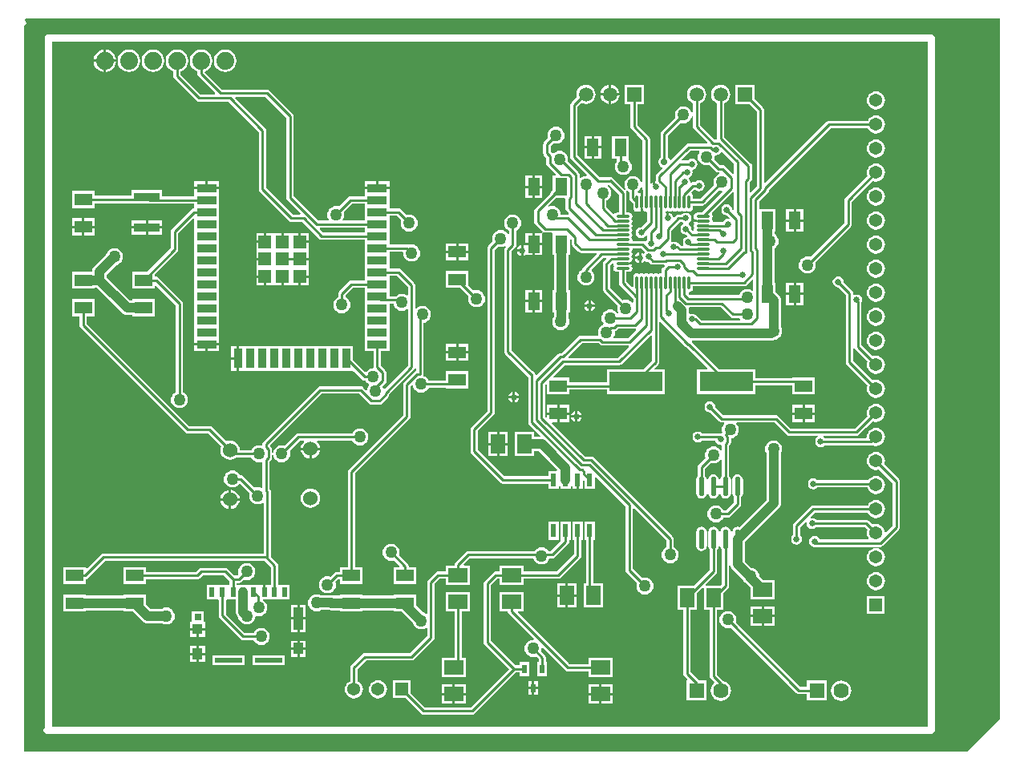
<source format=gtl>
%FSTAX23Y23*%
%MOIN*%
%SFA1B1*%

%IPPOS*%
%ADD10R,0.080000X0.060000*%
%ADD11R,0.060000X0.080000*%
%ADD12R,0.072830X0.051180*%
%ADD13O,0.010630X0.059050*%
%ADD14O,0.059050X0.010630*%
%ADD15R,0.220470X0.082680*%
%ADD16R,0.051180X0.072830*%
%ADD17R,0.023600X0.055100*%
%ADD18R,0.020470X0.037400*%
%ADD19O,0.023150X0.080510*%
%ADD20R,0.107090X0.037800*%
%ADD21R,0.114570X0.021650*%
%ADD22R,0.041340X0.047240*%
%ADD23R,0.041340X0.094090*%
%ADD24R,0.041340X0.042520*%
%ADD25R,0.028350X0.030710*%
%ADD26R,0.019680X0.039370*%
%ADD27R,0.082680X0.037400*%
%ADD28R,0.037400X0.082680*%
%ADD29R,0.052360X0.052360*%
%ADD30C,0.010000*%
%ADD31C,0.040000*%
%ADD32C,0.053940*%
%ADD33R,0.053940X0.053940*%
%ADD34R,0.059050X0.059050*%
%ADD35C,0.059050*%
%ADD36R,0.063780X0.063780*%
%ADD37C,0.063780*%
%ADD38C,0.060000*%
%ADD39C,0.074000*%
%ADD40R,0.053940X0.053940*%
%ADD41C,0.025000*%
%ADD42C,0.050000*%
%ADD43C,0.028000*%
%LNesp_stm_v2-1*%
%LPD*%
G36*
X05415Y0205D02*
X0528Y01915D01*
X0136*
Y04935*
X0137Y04945*
X01362Y0496*
X01364Y04965*
X05415*
Y0205*
G37*
%LNesp_stm_v2-2*%
%LPC*%
G36*
X0513Y049D02*
X0146D01*
X01454Y04899*
X01449Y04895*
X01445Y0489*
X01444Y04885*
Y02016*
X01444Y02015*
X0144Y0201*
X01439Y02005*
X0144Y01999*
X01444Y01994*
X01449Y0199*
X01455Y01989*
X0513*
X05135Y0199*
X0514Y01994*
X05144Y01999*
X05145Y02005*
Y04885*
X05144Y0489*
X0514Y04895*
X05135Y04899*
X0513Y049*
G37*
%LNesp_stm_v2-3*%
%LPD*%
G36*
X05114Y0202D02*
X01475D01*
Y04869*
X05114*
Y0202*
G37*
%LNesp_stm_v2-4*%
%LPC*%
G36*
X0222Y03004D02*
Y0297D01*
X02255*
X02254Y02975*
X0225Y02985*
X02243Y02993*
X02235Y02999*
X02225Y03003*
X0222Y03004*
G37*
G36*
X049Y03062D02*
X0489Y03061D01*
X04881Y03057*
X04873Y03051*
X04868Y03045*
X04656*
X04656Y03046*
X04648Y03051*
X0464Y03052*
X04631Y03051*
X04623Y03046*
X04618Y03038*
X04617Y0303*
X04618Y03021*
X04623Y03013*
X04631Y03008*
X0464Y03007*
X04648Y03008*
X04656Y03013*
X04656Y03014*
X04864*
X04867Y03006*
X04873Y02998*
X04881Y02992*
X0489Y02988*
X049Y02987*
X04909Y02988*
X04918Y02992*
X04926Y02998*
X04932Y03006*
X04936Y03015*
X04937Y03025*
X04936Y03034*
X04932Y03043*
X04926Y03051*
X04918Y03057*
X04909Y03061*
X049Y03062*
G37*
G36*
X0221Y03004D02*
X02205Y03003D01*
X02195Y02999*
X02186Y02993*
X0218Y02985*
X02176Y02975*
X02175Y0297*
X0221*
Y03004*
G37*
G36*
X02255Y0296D02*
X0222D01*
Y02925*
X02225Y02926*
X02235Y0293*
X02243Y02936*
X0225Y02944*
X02254Y02954*
X02255Y0296*
G37*
G36*
X02549Y0301D02*
X02539Y03008D01*
X02529Y03004*
X02521Y02998*
X02514Y0299*
X0251Y0298*
X02509Y0297*
X0251Y02959*
X02514Y02949*
X02521Y02941*
X02529Y02935*
X02539Y02931*
X02549Y02929*
X02559Y02931*
X02569Y02935*
X02578Y02941*
X02584Y02949*
X02588Y02959*
X02589Y0297*
X02588Y0298*
X02584Y0299*
X02578Y02998*
X02569Y03004*
X02559Y03008*
X02549Y0301*
G37*
G36*
X02544Y0317D02*
X02509D01*
X0251Y03164*
X02514Y03154*
X02521Y03146*
X02529Y0314*
X02539Y03136*
X02544Y03135*
Y0317*
G37*
G36*
X04646Y03317D02*
X04605D01*
Y03287*
X04646*
Y03317*
G37*
G36*
X0421Y03372D02*
X04201Y03371D01*
X04193Y03366*
X04188Y03358*
X04187Y0335*
X04188Y03341*
X04193Y03333*
X04201Y03328*
X0421Y03327*
X04211Y03327*
X04249Y03289*
X04254Y03285*
X0426Y03284*
X04268*
X04269Y03281*
X04269Y03279*
X04264Y03272*
X0426Y03264*
X04259Y03255*
X0426Y03245*
X04261Y03245*
X04258Y0324*
X04255Y03239*
X0425Y0324*
X04176*
X04176Y03241*
X04168Y03246*
X0416Y03247*
X04151Y03246*
X04143Y03241*
X04138Y03233*
X04137Y03225*
X04138Y03216*
X04143Y03208*
X04151Y03203*
X0416Y03202*
X04168Y03203*
X04176Y03208*
X04176Y03209*
X04233*
X04233Y03206*
X04238Y03198*
X04246Y03193*
X04255Y03192*
X04255Y03192*
X04259Y03189*
Y0317*
X04254Y03168*
X04249Y03174*
X04242Y0318*
X04234Y03184*
X04225Y03185*
X04215Y03184*
X04207Y0318*
X042Y03174*
X04194Y03167*
X0419Y03159*
X04189Y0315*
X0419Y0314*
X04191Y03138*
X04164Y0311*
X0416Y03105*
X04159Y031*
Y03063*
X04159Y03063*
X04154Y03056*
X04153Y03047*
Y0299*
X04154Y02982*
X04159Y02974*
X04166Y0297*
X04175Y02968*
X04183Y0297*
X0419Y02974*
X04195Y02982*
X04197Y0299*
Y03047*
X04195Y03056*
X0419Y03063*
X0419Y03063*
Y03093*
X04213Y03116*
X04215Y03115*
X04225Y03114*
X04234Y03115*
X04242Y03119*
X04249Y03125*
X04254Y03131*
X04259Y03129*
Y03063*
X04259Y03063*
X04254Y03056*
X04253Y03047*
Y03034*
X04247*
Y03047*
X04245Y03056*
X0424Y03063*
X04233Y03068*
X04225Y03069*
X04216Y03068*
X04209Y03063*
X04204Y03056*
X04203Y03047*
Y0299*
X04204Y02982*
X04209Y02974*
X04216Y0297*
X04225Y02968*
X04233Y0297*
X0424Y02974*
X04245Y02982*
X04247Y0299*
Y03003*
X04253*
Y0299*
X04254Y02982*
X04259Y02974*
X04266Y0297*
X04275Y02968*
X04283Y0297*
X0429Y02974*
X04295Y02982*
X04297Y0299*
Y03047*
X04295Y03056*
X0429Y03063*
X0429Y03063*
Y03189*
X04293Y03192*
X04296Y03197*
X04297Y03203*
Y0322*
X04304Y0322*
X04312Y03224*
X04319Y0323*
X04325Y03237*
X04329Y03245*
X0433Y03255*
X04329Y03264*
X04325Y03272*
X0432Y03279*
X0432Y03281*
X04321Y03284*
X04478*
X04529Y03234*
X04534Y0323*
X0454Y03229*
X04657*
X04658Y03224*
X04653Y03221*
X04648Y03213*
X04647Y03205*
X04648Y03196*
X04653Y03188*
X04661Y03183*
X0467Y03182*
X04678Y03183*
X04686Y03188*
X04686Y03189*
X0488*
X04885Y0319*
X0489Y03188*
X049Y03187*
X04909Y03188*
X04918Y03192*
X04926Y03198*
X04932Y03206*
X04936Y03215*
X04937Y03225*
X04936Y03234*
X04932Y03243*
X04926Y03251*
X04918Y03257*
X04909Y03261*
X049Y03262*
X0489Y03261*
X04881Y03257*
X04873Y03251*
X04867Y03243*
X04863Y03234*
X04862Y03225*
X04862Y03224*
X04859Y0322*
X04686*
X04686Y03221*
X04681Y03224*
X04682Y03229*
X0482*
X04825Y0323*
X0483Y03234*
X04887Y0329*
X0489Y03288*
X049Y03287*
X04909Y03288*
X04918Y03292*
X04926Y03298*
X04932Y03306*
X04936Y03315*
X04937Y03325*
X04936Y03334*
X04932Y03343*
X04926Y03351*
X04918Y03357*
X04909Y03361*
X049Y03362*
X0489Y03361*
X04881Y03357*
X04873Y03351*
X04867Y03343*
X04863Y03334*
X04862Y03325*
X04863Y03315*
X04865Y03312*
X04813Y0326*
X04546*
X04495Y0331*
X0449Y03314*
X04485Y03315*
X04266*
X04232Y03348*
X04232Y0335*
X04231Y03358*
X04226Y03366*
X04218Y03371*
X0421Y03372*
G37*
G36*
X04595Y03317D02*
X04553D01*
Y03287*
X04595*
Y03317*
G37*
G36*
X02589Y0317D02*
X02554D01*
Y03135*
X02559Y03136*
X02569Y0314*
X02578Y03146*
X02584Y03154*
X02588Y03164*
X02589Y0317*
G37*
G36*
X03626Y03317D02*
X03585D01*
Y03287*
X03626*
Y03317*
G37*
G36*
X049Y02762D02*
X0489Y02761D01*
X04881Y02757*
X04873Y02751*
X04867Y02743*
X04863Y02734*
X04862Y02725*
X04863Y02715*
X04867Y02706*
X04873Y02698*
X04881Y02692*
X0489Y02688*
X049Y02687*
X04909Y02688*
X04918Y02692*
X04926Y02698*
X04932Y02706*
X04936Y02715*
X04937Y02725*
X04936Y02734*
X04932Y02743*
X04926Y02751*
X04918Y02757*
X04909Y02761*
X049Y02762*
G37*
G36*
X04175Y02851D02*
X04166Y02849D01*
X04159Y02845*
X04154Y02837*
X04153Y02829*
Y02772*
X04154Y02763*
X04159Y02756*
X04166Y02751*
X04175Y0275*
X04183Y02751*
X0419Y02756*
X04195Y02763*
X04197Y02772*
Y02829*
X04195Y02837*
X0419Y02845*
X04183Y02849*
X04175Y02851*
G37*
G36*
X03681Y02871D02*
X03638D01*
Y02796*
X03644*
Y02736*
X03573Y02665*
X03435*
Y0269*
X03335*
Y02665*
X0332*
X03314Y02664*
X03309Y0266*
X03274Y02625*
X0327Y0262*
X03269Y02615*
Y0237*
X0327Y02364*
X03274Y02359*
X03374Y02259*
X03214Y021*
X03026*
X02966Y02159*
Y02211*
X02893*
Y02138*
X02945*
X03009Y02074*
X03014Y0207*
X0302Y02069*
X03221*
X03227Y0207*
X03232Y02074*
X03401Y02244*
X03417*
Y0223*
X03457*
Y02288*
X03417*
Y02274*
X03401*
X033Y02376*
Y02608*
X03326Y02634*
X03335*
Y0261*
X03435*
Y02634*
X0358*
X03585Y02635*
X0359Y02639*
X0367Y02719*
X03674Y02724*
X03675Y0273*
Y02796*
X03681*
Y02871*
G37*
G36*
X049Y02662D02*
X0489Y02661D01*
X04881Y02657*
X04873Y02651*
X04867Y02643*
X04863Y02634*
X04862Y02625*
X04863Y02615*
X04867Y02606*
X04873Y02598*
X04881Y02592*
X0489Y02588*
X049Y02587*
X04909Y02588*
X04918Y02592*
X04926Y02598*
X04932Y02606*
X04936Y02615*
X04937Y02625*
X04936Y02634*
X04932Y02643*
X04926Y02651*
X04918Y02657*
X04909Y02661*
X049Y02662*
G37*
G36*
X02885Y0278D02*
X02875Y02779D01*
X02867Y02775*
X0286Y02769*
X02854Y02762*
X0285Y02754*
X02849Y02745*
X0285Y02735*
X02854Y02727*
X0286Y0272*
X02867Y02714*
X02875Y0271*
X02885Y02709*
X02894Y0271*
X02896Y02711*
X0292Y02688*
X02918Y02683*
X02895*
Y02612*
X02988*
Y02683*
X02957*
Y02687*
X02956Y02693*
X02953Y02698*
X02918Y02733*
X02919Y02735*
X0292Y02745*
X02919Y02754*
X02915Y02762*
X02909Y02769*
X02902Y02775*
X02894Y02779*
X02885Y0278*
G37*
G36*
X03631Y02871D02*
X03588D01*
Y02796*
X03589Y02791*
X03548Y0275*
X03538*
X03534Y02754*
X03527Y0276*
X03519Y02764*
X0351Y02765*
X035Y02764*
X03492Y0276*
X03485Y02754*
X03481Y0275*
X03205*
X03199Y02749*
X03194Y02745*
X03151Y02703*
X03148Y02698*
X03147Y02692*
Y0269*
X03112*
Y02665*
X0308*
X03074Y02664*
X03069Y0266*
X03039Y0263*
X03035Y02625*
X03034Y0262*
Y0249*
X0303Y02488*
X03027Y0249*
X03019Y02494*
X03018Y02494*
X02988Y02524*
Y02569*
X02895*
Y02564*
X02766*
Y02569*
X02673*
Y02564*
X02642*
X02642Y02564*
X02635Y02565*
X02593*
X02592Y02565*
X02584Y02569*
X02575Y0257*
X02565Y02569*
X02557Y02565*
X0255Y02559*
X02544Y02552*
X0254Y02544*
X02539Y02535*
X0254Y02525*
X02544Y02517*
X0255Y0251*
X02557Y02504*
X02565Y025*
X02575Y02499*
X02584Y025*
X02592Y02504*
X02593Y02504*
X02628*
X02628Y02504*
X02636Y02503*
X02673*
Y02498*
X02766*
Y02503*
X02895*
Y02498*
X02928*
X02975Y02451*
X02975Y0245*
X02979Y02442*
X02985Y02435*
X02992Y02429*
X03Y02425*
X0301Y02424*
X03019Y02425*
X03027Y02429*
X0303Y02431*
X03034Y02429*
Y02396*
X02963Y02325*
X02775*
X02769Y02324*
X02764Y0232*
X02719Y02275*
X02715Y0227*
X02714Y02265*
Y02208*
X02711Y02207*
X02703Y02201*
X02697Y02193*
X02693Y02184*
X02692Y02175*
X02693Y02165*
X02697Y02156*
X02703Y02148*
X02711Y02142*
X0272Y02138*
X0273Y02137*
X02739Y02138*
X02748Y02142*
X02756Y02148*
X02762Y02156*
X02766Y02165*
X02767Y02175*
X02766Y02184*
X02762Y02193*
X02756Y02201*
X02748Y02207*
X02745Y02208*
Y02258*
X02781Y02294*
X0297*
X02975Y02295*
X0298Y02299*
X0306Y02379*
X03064Y02384*
X03065Y0239*
Y02613*
X03086Y02634*
X03112*
Y0261*
X03212*
Y0269*
X03188*
X03186Y02694*
X03211Y02719*
X03476*
X03479Y02712*
X03485Y02705*
X03492Y02699*
X035Y02695*
X0351Y02694*
X03519Y02695*
X03527Y02699*
X03534Y02705*
X0354Y02712*
X03543Y02719*
X03555*
X0356Y0272*
X03565Y02724*
X0362Y02779*
X03624Y02784*
X03625Y0279*
Y02796*
X03631*
Y02871*
G37*
G36*
X04325Y03069D02*
X04316Y03068D01*
X04309Y03063*
X04304Y03056*
X04303Y03047*
Y0299*
X04304Y02982*
X04309Y02974*
X04309Y02974*
Y02951*
X04278Y0292*
X04266*
X04265Y02922*
X04259Y02929*
X04252Y02935*
X04244Y02939*
X04235Y0294*
X04225Y02939*
X04217Y02935*
X0421Y02929*
X04204Y02922*
X042Y02914*
X04199Y02905*
X042Y02895*
X04204Y02887*
X0421Y0288*
X04217Y02874*
X04225Y0287*
X04235Y02869*
X04244Y0287*
X04252Y02874*
X04259Y0288*
X04265Y02887*
X04266Y02889*
X04285*
X0429Y0289*
X04295Y02894*
X04335Y02934*
X04339Y02939*
X0434Y02945*
Y02974*
X0434Y02974*
X04345Y02982*
X04347Y0299*
Y03047*
X04345Y03056*
X0434Y03063*
X04333Y03068*
X04325Y03069*
G37*
G36*
X0221Y0296D02*
X02175D01*
X02176Y02954*
X0218Y02944*
X02186Y02936*
X02195Y0293*
X02205Y02926*
X0221Y02925*
Y0296*
G37*
G36*
X049Y03162D02*
X0489Y03161D01*
X04881Y03157*
X04873Y03151*
X04867Y03143*
X04863Y03134*
X04862Y03125*
X04863Y03115*
X04867Y03106*
X04873Y03098*
X04881Y03092*
X0489Y03088*
X049Y03087*
X04909Y03088*
X04913Y0309*
X04969Y03033*
Y02856*
X04941Y02828*
X04936Y0283*
X04936Y02834*
X04932Y02843*
X04926Y02851*
X04918Y02857*
X04909Y02861*
X049Y02862*
X0489Y02861*
X04887Y02859*
X0487Y02875*
X04865Y02879*
X0486Y0288*
X04651*
X04651Y02881*
X04643Y02886*
X04635Y02887*
X0463Y02887*
X04628Y02891*
X04646Y02909*
X04866*
X04867Y02906*
X04873Y02898*
X04881Y02892*
X0489Y02888*
X049Y02887*
X04909Y02888*
X04918Y02892*
X04926Y02898*
X04932Y02906*
X04936Y02915*
X04937Y02925*
X04936Y02934*
X04932Y02943*
X04926Y02951*
X04918Y02957*
X04909Y02961*
X049Y02962*
X0489Y02961*
X04881Y02957*
X04873Y02951*
X04867Y02943*
X04866Y0294*
X0464*
X04634Y02939*
X04629Y02935*
X04559Y02865*
X04555Y0286*
X04554Y02855*
Y02816*
X04553Y02816*
X04548Y02808*
X04547Y028*
X04548Y02791*
X04553Y02783*
X04561Y02778*
X0457Y02777*
X04578Y02778*
X04586Y02783*
X04591Y02791*
X04592Y028*
X04591Y02808*
X04586Y02816*
X04585Y02816*
Y02848*
X04608Y02871*
X04612Y02869*
X04612Y02865*
X04613Y02856*
X04618Y02848*
X04626Y02843*
X04635Y02842*
X04643Y02843*
X04651Y02848*
X04651Y02849*
X04853*
X04865Y02838*
X04863Y02834*
X04862Y02825*
X04863Y02815*
X04867Y02806*
X0487Y02803*
X04867Y02798*
X04666*
X04666Y02798*
X04661Y02806*
X04653Y02811*
X04645Y02812*
X04636Y02811*
X04628Y02806*
X04623Y02798*
X04622Y0279*
X04623Y02781*
X04628Y02773*
X04636Y02768*
X04645Y02767*
X0465Y02768*
X04651Y02767*
X04918*
X04923Y02768*
X04928Y02772*
X04995Y02839*
X04999Y02844*
X05Y0285*
Y0304*
X04999Y03045*
X04995Y0305*
X04934Y03112*
X04936Y03115*
X04937Y03125*
X04936Y03134*
X04932Y03143*
X04926Y03151*
X04918Y03157*
X04909Y03161*
X049Y03162*
G37*
G36*
X03581Y02871D02*
X03538D01*
Y02796*
X03581*
Y02871*
G37*
G36*
X04475Y0321D02*
X04465Y03209D01*
X04457Y03205*
X0445Y03199*
X04444Y03192*
X0444Y03184*
X04439Y03175*
X0444Y03165*
X04444Y03157*
X04444Y03156*
Y02963*
X04331Y0285*
X04325Y02851*
X04316Y02849*
X04309Y02845*
X04304Y02837*
X04303Y02829*
Y02825*
X04302Y02824*
X04297Y02826*
Y02829*
X04295Y02837*
X0429Y02845*
X04283Y02849*
X04275Y02851*
X04266Y02849*
X04259Y02845*
X04254Y02837*
X04253Y02829*
Y02772*
X04254Y02763*
X04259Y02756*
X04259Y02756*
Y02611*
X04253Y02605*
X04193*
X04191Y02609*
X04235Y02654*
X04239Y02659*
X0424Y02665*
Y02756*
X0424Y02756*
X04245Y02763*
X04247Y02772*
Y02829*
X04245Y02837*
X0424Y02845*
X04233Y02849*
X04225Y02851*
X04216Y02849*
X04209Y02845*
X04204Y02837*
X04203Y02829*
Y02772*
X04204Y02763*
X04209Y02756*
X04209Y02756*
Y02671*
X04143Y02605*
X04075*
Y02505*
X04099*
Y02239*
X041Y02233*
X04104Y02228*
X04116Y02216*
X04114Y02211*
X04113*
Y02128*
X04196*
Y02211*
X04164*
X0413Y02246*
Y02505*
X04155*
Y02573*
X0418Y02598*
X04185Y02596*
Y02505*
X04209*
Y02229*
X0421Y02223*
X04214Y02218*
X04227Y02206*
X04226Y02201*
X04225Y02199*
X04218Y02191*
X04214Y0218*
X04212Y0217*
X04214Y02159*
X04218Y02148*
X04225Y0214*
X04233Y02133*
X04244Y02129*
X04255Y02127*
X04265Y02129*
X04276Y02133*
X04284Y0214*
X04291Y02148*
X04295Y02159*
X04297Y0217*
X04295Y0218*
X04291Y02191*
X04284Y02199*
X04276Y02206*
X04265Y0221*
X04265Y0221*
X0424Y02236*
Y02505*
X04265*
Y02573*
X04285Y02594*
X04289Y02599*
X0429Y02605*
Y0269*
X04295Y0269*
X04295Y02687*
X04298Y02679*
X04303Y02673*
X04349Y02628*
X04349Y02627*
X04355Y0262*
X04362Y02614*
X04363Y02614*
X0438Y02597*
Y0255*
X0448*
Y0263*
X04432*
X04414Y02647*
X04414Y02654*
X0441Y02662*
X04404Y02669*
X04397Y02675*
X04389Y02679*
X04382Y02679*
X04355Y02707*
Y02788*
X04496Y02929*
X04501Y02935*
X04504Y02943*
X04505Y0295*
Y03156*
X04505Y03157*
X04509Y03165*
X0451Y03175*
X04509Y03184*
X04505Y03192*
X04499Y03199*
X04492Y03205*
X04484Y03209*
X04475Y0321*
G37*
G36*
X02169Y03605D02*
X02123D01*
Y03581*
X02169*
Y03605*
G37*
G36*
X03155Y03612D02*
X03113D01*
Y03582*
X03155*
Y03612*
G37*
G36*
X02113Y03605D02*
X02066D01*
Y03581*
X02113*
Y03605*
G37*
G36*
X03206Y03572D02*
X03165D01*
Y03541*
X03206*
Y03572*
G37*
G36*
X02242Y03602D02*
X02218D01*
Y03556*
X02242*
Y03602*
G37*
G36*
X03206Y03612D02*
X03165D01*
Y03582*
X03206*
Y03612*
G37*
G36*
X03472Y03785D02*
X03442D01*
Y03743*
X03472*
Y03785*
G37*
G36*
X03513D02*
X03482D01*
Y03743*
X03513*
Y03785*
G37*
G36*
X01735Y0401D02*
X01725Y04009D01*
X01717Y04005*
X0171Y03999*
X01704Y03992*
X017Y03984*
X017Y03983*
X01651Y03934*
X01646Y03928*
X01643Y0392*
X01642Y03912*
Y03912*
X01558*
Y03841*
X01651*
Y03846*
X0166*
X01765Y03741*
X01771Y03736*
X01779Y03733*
X01787Y03732*
X01808*
Y03727*
X01901*
Y03798*
X01808*
Y03793*
X01799*
X01703Y03889*
Y039*
X01743Y0394*
X01744Y0394*
X01752Y03944*
X01759Y0395*
X01765Y03957*
X01769Y03965*
X0177Y03975*
X01769Y03984*
X01765Y03992*
X01759Y03999*
X01752Y04005*
X01744Y04009*
X01735Y0401*
G37*
G36*
X049Y03662D02*
X0489Y03661D01*
X04881Y03657*
X04873Y03651*
X04867Y03643*
X04863Y03634*
X04862Y03625*
X04863Y03615*
X04867Y03606*
X04873Y03598*
X04881Y03592*
X0489Y03588*
X049Y03587*
X04909Y03588*
X04918Y03592*
X04926Y03598*
X04932Y03606*
X04936Y03615*
X04937Y03625*
X04936Y03634*
X04932Y03643*
X04926Y03651*
X04918Y03657*
X04909Y03661*
X049Y03662*
G37*
G36*
Y03762D02*
X0489Y03761D01*
X04881Y03757*
X04873Y03751*
X04867Y03743*
X04863Y03734*
X04862Y03725*
X04863Y03715*
X04867Y03706*
X04873Y03698*
X04881Y03692*
X0489Y03688*
X049Y03687*
X04909Y03688*
X04918Y03692*
X04926Y03698*
X04932Y03706*
X04936Y03715*
X04937Y03725*
X04936Y03734*
X04932Y03743*
X04926Y03751*
X04918Y03757*
X04909Y03761*
X049Y03762*
G37*
G36*
X0366Y03331D02*
Y03315D01*
X03676*
X03676Y03318*
X03671Y03326*
X03663Y03331*
X0366Y03331*
G37*
G36*
X03575Y03358D02*
X03533D01*
Y03327*
X03575*
Y03358*
G37*
G36*
X0365Y03331D02*
X03646Y03331D01*
X03638Y03326*
X03633Y03318*
X03633Y03315*
X0365*
Y03331*
G37*
G36*
Y03305D02*
X03633D01*
X03633Y03301*
X03638Y03293*
X03646Y03288*
X0365Y03288*
Y03305*
G37*
G36*
X03676D02*
X0366D01*
Y03288*
X03663Y03288*
X03671Y03293*
X03676Y03301*
X03676Y03305*
G37*
G36*
X04595Y03358D02*
X04553D01*
Y03327*
X04595*
Y03358*
G37*
G36*
X02242Y03546D02*
X02218D01*
Y035*
X02242*
Y03546*
G37*
G36*
X03155Y03572D02*
X03113D01*
Y03541*
X03155*
Y03572*
G37*
G36*
X04743Y03892D02*
X04734Y03891D01*
X04727Y03886*
X04722Y03878*
X0472Y0387*
X04722Y03861*
X04727Y03853*
X04734Y03848*
X04743Y03847*
X04744Y03847*
X04774Y03816*
Y03535*
X04775Y03529*
X04779Y03524*
X04865Y03438*
X04863Y03434*
X04862Y03425*
X04863Y03415*
X04867Y03406*
X04873Y03398*
X04881Y03392*
X0489Y03388*
X049Y03387*
X04909Y03388*
X04918Y03392*
X04926Y03398*
X04932Y03406*
X04936Y03415*
X04937Y03425*
X04936Y03434*
X04932Y03443*
X04926Y03451*
X04918Y03457*
X04909Y03461*
X049Y03462*
X0489Y03461*
X04887Y03459*
X04805Y03541*
Y03596*
X0481Y03597*
X0481Y03594*
X04814Y03589*
X04865Y03538*
X04863Y03534*
X04862Y03525*
X04863Y03515*
X04867Y03506*
X04873Y03498*
X04881Y03492*
X0489Y03488*
X049Y03487*
X04909Y03488*
X04918Y03492*
X04926Y03498*
X04932Y03506*
X04936Y03515*
X04937Y03525*
X04936Y03534*
X04932Y03543*
X04926Y03551*
X04918Y03557*
X04909Y03561*
X049Y03562*
X0489Y03561*
X04887Y03559*
X0484Y03606*
Y03784*
X04841Y03786*
X04842Y03795*
X04841Y03803*
X04836Y03811*
X04828Y03816*
X0482Y03817*
X04811Y03816*
X04809Y03815*
X04805Y03817*
Y03823*
X04804Y03829*
X048Y03834*
X04766Y03868*
X04766Y0387*
X04764Y03878*
X04759Y03886*
X04752Y03891*
X04743Y03892*
G37*
G36*
X04646Y03358D02*
X04605D01*
Y03327*
X04646*
Y03358*
G37*
G36*
X03626D02*
X03585D01*
Y03327*
X03626*
Y03358*
G37*
G36*
X03655Y02615D02*
X0362D01*
Y0257*
X03655*
Y02615*
G37*
G36*
X03495Y02209D02*
X0348D01*
Y02185*
X03495*
Y02209*
G37*
G36*
X03212Y0258D02*
X03112D01*
Y025*
X03147*
Y02305*
X03095*
Y02225*
X03195*
Y02305*
X03177*
Y025*
X03212*
Y0258*
G37*
G36*
X0347Y02209D02*
X03454D01*
Y02185*
X0347*
Y02209*
G37*
G36*
X03805Y02195D02*
X0376D01*
Y0216*
X03805*
Y02195*
G37*
G36*
X03195D02*
X0315D01*
Y0216*
X03195*
Y02195*
G37*
G36*
X02276Y02316D02*
X02142D01*
Y02274*
X02276*
Y02316*
G37*
G36*
X02494Y02339D02*
X02469D01*
Y0231*
X02494*
Y02339*
G37*
G36*
X0253D02*
X02504D01*
Y0231*
X0253*
Y02339*
G37*
G36*
X02111Y02316D02*
X02085D01*
Y02288*
X02111*
Y02316*
G37*
G36*
X02441Y02316D02*
X02307D01*
Y02274*
X02441*
Y02316*
G37*
G36*
X02075Y02316D02*
X02049D01*
Y02288*
X02075*
Y02316*
G37*
G36*
X03805Y0215D02*
X0376D01*
Y02115*
X03805*
Y0215*
G37*
G36*
X04755Y02212D02*
X04744Y0221D01*
X04733Y02206*
X04725Y02199*
X04718Y02191*
X04714Y0218*
X04712Y0217*
X04714Y02159*
X04718Y02148*
X04725Y0214*
X04733Y02133*
X04744Y02129*
X04755Y02127*
X04765Y02129*
X04776Y02133*
X04784Y0214*
X04791Y02148*
X04795Y02159*
X04797Y0217*
X04795Y0218*
X04791Y02191*
X04784Y02199*
X04776Y02206*
X04765Y0221*
X04755Y02212*
G37*
G36*
X0375Y0215D02*
X03705D01*
Y02115*
X0375*
Y0215*
G37*
G36*
X0314D02*
X03095D01*
Y02115*
X0314*
Y0215*
G37*
G36*
X03195D02*
X0315D01*
Y02115*
X03195*
Y0215*
G37*
G36*
X04285Y025D02*
X04275Y02499D01*
X04267Y02495*
X0426Y02489*
X04254Y02482*
X0425Y02474*
X04249Y02465*
X0425Y02455*
X04254Y02447*
X0426Y0244*
X04267Y02434*
X04275Y0243*
X04285Y02429*
X04294Y0243*
X04296Y02431*
X04569Y02159*
X04574Y02155*
X0458Y02154*
X04613*
Y02128*
X04696*
Y02211*
X04613*
Y02185*
X04586*
X04318Y02453*
X04319Y02455*
X0432Y02465*
X04319Y02474*
X04315Y02482*
X04309Y02489*
X04302Y02495*
X04294Y02499*
X04285Y025*
G37*
G36*
X0375Y02195D02*
X03705D01*
Y0216*
X0375*
Y02195*
G37*
G36*
X0314D02*
X03095D01*
Y0216*
X0314*
Y02195*
G37*
G36*
X03495Y02175D02*
X0348D01*
Y02151*
X03495*
Y02175*
G37*
G36*
X0283Y02212D02*
X0282Y02211D01*
X02811Y02207*
X02803Y02201*
X02797Y02193*
X02793Y02184*
X02792Y02175*
X02793Y02165*
X02797Y02156*
X02803Y02148*
X02811Y02142*
X0282Y02138*
X0283Y02137*
X02839Y02138*
X02848Y02142*
X02856Y02148*
X02862Y02156*
X02866Y02165*
X02867Y02175*
X02866Y02184*
X02862Y02193*
X02856Y02201*
X02848Y02207*
X02839Y02211*
X0283Y02212*
G37*
G36*
X0347Y02175D02*
X03454D01*
Y02151*
X0347*
Y02175*
G37*
G36*
X04425Y0252D02*
X0438D01*
Y02485*
X04425*
Y0252*
G37*
G36*
X0448D02*
X04435D01*
Y02485*
X0448*
Y0252*
G37*
G36*
X0253Y02526D02*
X02504D01*
Y02474*
X0253*
Y02526*
G37*
G36*
X0448Y02475D02*
X04435D01*
Y0244*
X0448*
Y02475*
G37*
G36*
X02494Y02526D02*
X02469D01*
Y02474*
X02494*
Y02526*
G37*
G36*
X04936Y02561D02*
X04863D01*
Y02488*
X04936*
Y02561*
G37*
G36*
X01866Y02569D02*
X01773D01*
Y02564*
X01616*
Y02569*
X01523*
Y02498*
X01616*
Y02503*
X01773*
Y02498*
X01812*
X01852Y02458*
X01858Y02453*
X01866Y0245*
X01873Y02449*
X01931*
X01932Y02449*
X0194Y02445*
X0195Y02444*
X01959Y02445*
X01967Y02449*
X01974Y02455*
X0198Y02462*
X01984Y0247*
X01985Y0248*
X01984Y02489*
X0198Y02497*
X01974Y02504*
X01967Y0251*
X01959Y02514*
X0195Y02515*
X0194Y02514*
X01932Y0251*
X01931Y0251*
X01886*
X01866Y0253*
Y02569*
G37*
G36*
X0361Y02615D02*
X03575D01*
Y0257*
X0361*
Y02615*
G37*
G36*
X03731Y02871D02*
X03688D01*
Y02796*
X03694*
Y02615*
X03685*
Y02515*
X03765*
Y02615*
X03725*
Y02796*
X03731*
Y02871*
G37*
G36*
X0361Y0256D02*
X03575D01*
Y02515*
X0361*
Y0256*
G37*
G36*
X03655D02*
X0362D01*
Y02515*
X03655*
Y0256*
G37*
G36*
X0253Y02377D02*
X02504D01*
Y02349*
X0253*
Y02377*
G37*
G36*
X03435Y0258D02*
X03335D01*
Y025*
X03369*
X0337Y02494*
X03374Y02489*
X03478Y02384*
X03476Y0238*
X03475Y0238*
X03465Y02379*
X03457Y02375*
X0345Y02369*
X03444Y02362*
X0344Y02354*
X03439Y02345*
X0344Y02335*
X03444Y02327*
X0345Y0232*
X03457Y02314*
X03465Y0231*
X03475Y02309*
X03484Y0231*
X03486Y02311*
X03497Y02301*
Y02288*
X03492*
Y0223*
X03532*
Y02288*
X03527*
Y02307*
X03526Y02313*
X03523Y02318*
X03508Y02333*
X03509Y02335*
X0351Y02345*
X0351Y02346*
X03514Y02348*
X03609Y02254*
X03614Y0225*
X0362Y02249*
X03705*
Y02225*
X03805*
Y02305*
X03705*
Y0228*
X03626*
X03411Y02495*
X03413Y025*
X03435*
Y0258*
G37*
G36*
X02494Y02377D02*
X02469D01*
Y02349*
X02494*
Y02377*
G37*
G36*
X02075Y02355D02*
X02049D01*
Y02326*
X02075*
Y02355*
G37*
G36*
X02111D02*
X02085D01*
Y02326*
X02111*
Y02355*
G37*
G36*
X02075Y02419D02*
X02049D01*
Y02393*
X02075*
Y02419*
G37*
G36*
X02105Y025D02*
X02056D01*
Y02455*
X02049*
Y02429*
X0208*
X02111*
Y02455*
X02105*
Y025*
G37*
G36*
X04425Y02475D02*
X0438D01*
Y0244*
X04425*
Y02475*
G37*
G36*
X0253Y02464D02*
X02504D01*
Y02412*
X0253*
Y02464*
G37*
G36*
X02111Y02419D02*
X02085D01*
Y02393*
X02111*
Y02419*
G37*
G36*
X02494Y02464D02*
X02469D01*
Y02412*
X02494*
Y02464*
G37*
G36*
X04597Y04171D02*
X04567D01*
Y0413*
X04597*
Y04171*
G37*
G36*
X049Y04262D02*
X0489Y04261D01*
X04881Y04257*
X04873Y04251*
X04867Y04243*
X04863Y04234*
X04862Y04225*
X04863Y04215*
X04867Y04206*
X04873Y04198*
X04881Y04192*
X0489Y04188*
X049Y04187*
X04909Y04188*
X04918Y04192*
X04926Y04198*
X04932Y04206*
X04936Y04215*
X04937Y04225*
X04936Y04234*
X04932Y04243*
X04926Y04251*
X04918Y04257*
X04909Y04261*
X049Y04262*
G37*
G36*
X04557Y04171D02*
X04526D01*
Y0413*
X04557*
Y04171*
G37*
G36*
X016Y04134D02*
X01558D01*
Y04103*
X016*
Y04134*
G37*
G36*
X01651D02*
X0161D01*
Y04103*
X01651*
Y04134*
G37*
G36*
X03472Y0426D02*
X03442D01*
Y04218*
X03472*
Y0426*
G37*
G36*
X02169Y04289D02*
X02123D01*
Y04265*
X02169*
Y04289*
G37*
G36*
X02821Y04289D02*
X02775D01*
Y04265*
X02821*
Y04289*
G37*
G36*
X02113Y04289D02*
X02066D01*
Y04265*
X02113*
Y04289*
G37*
G36*
X03513Y0426D02*
X03482D01*
Y04218*
X03513*
Y0426*
G37*
G36*
X02169Y04255D02*
X02118D01*
X02066*
Y04225*
X01933*
Y04252*
X01806*
Y04228*
X01651*
Y04248*
X01558*
Y04177*
X01651*
Y04197*
X01806*
Y04195*
X01933*
Y04195*
X02066*
Y04175*
X02065*
X02059Y04174*
X02054Y04171*
X01974Y0409*
X0197Y04085*
X01969Y0408*
Y04011*
X01871Y03912*
X01808*
Y03841*
X01901*
Y03854*
X01906Y03856*
X01989Y03773*
Y03411*
X01987Y0341*
X0198Y03404*
X01974Y03397*
X0197Y03389*
X01969Y0338*
X0197Y0337*
X01974Y03362*
X0198Y03355*
X01987Y03349*
X01995Y03345*
X02005Y03344*
X02014Y03345*
X02022Y03349*
X02029Y03355*
X02035Y03362*
X02039Y0337*
X0204Y0338*
X02039Y03389*
X02035Y03397*
X02029Y03404*
X02022Y0341*
X0202Y03411*
Y0378*
X02019Y03785*
X02015Y0379*
X01918Y03887*
X01913Y03891*
X01907Y03892*
X01901*
Y03899*
X01995Y03994*
X01999Y03999*
X02Y04005*
Y04073*
X02062Y04135*
X02066Y04133*
Y04081*
Y04031*
Y03981*
Y03931*
Y03881*
Y03831*
Y03781*
Y03731*
Y03681*
Y03631*
Y03615*
X02118*
X02169*
Y03631*
Y03681*
Y03731*
Y03781*
Y03831*
Y03881*
Y03931*
Y03981*
Y04031*
Y04081*
Y04131*
Y04181*
Y04231*
Y04255*
G37*
G36*
X01933Y04124D02*
X01875D01*
Y04101*
X01933*
Y04124*
G37*
G36*
X01651Y04093D02*
X0161D01*
Y04063*
X01651*
Y04093*
G37*
G36*
X01865Y04091D02*
X01806D01*
Y04067*
X01865*
Y04091*
G37*
G36*
X016Y04093D02*
X01558D01*
Y04063*
X016*
Y04093*
G37*
G36*
X02355Y04073D02*
X02324D01*
Y04042*
X02355*
Y04073*
G37*
G36*
X02541D02*
X0251D01*
Y04042*
X02541*
Y04073*
G37*
G36*
X01933Y04091D02*
X01875D01*
Y04067*
X01933*
Y04091*
G37*
G36*
X049Y04162D02*
X0489Y04161D01*
X04881Y04157*
X04873Y04151*
X04867Y04143*
X04863Y04134*
X04862Y04125*
X04863Y04115*
X04867Y04106*
X04873Y04098*
X04881Y04092*
X0489Y04088*
X049Y04087*
X04909Y04088*
X04918Y04092*
X04926Y04098*
X04932Y04106*
X04936Y04115*
X04937Y04125*
X04936Y04134*
X04932Y04143*
X04926Y04151*
X04918Y04157*
X04909Y04161*
X049Y04162*
G37*
G36*
X01865Y04124D02*
X01806D01*
Y04101*
X01865*
Y04124*
G37*
G36*
X04597Y0412D02*
X04567D01*
Y04078*
X04597*
Y0412*
G37*
G36*
X03519Y04075D02*
X03517Y04075D01*
X03519Y04075*
X03519Y04075*
G37*
G36*
X04557Y0412D02*
X04526D01*
Y04078*
X04557*
Y0412*
G37*
G36*
X02878Y04289D02*
X02831D01*
Y04265*
X02878*
Y04289*
G37*
G36*
X038Y04689D02*
Y04655D01*
X03834*
X03833Y0466*
X03829Y04669*
X03823Y04678*
X03814Y04684*
X03805Y04688*
X038Y04689*
G37*
G36*
X01795Y04837D02*
X01782Y04835D01*
X01771Y04831*
X01761Y04823*
X01753Y04813*
X01749Y04802*
X01747Y0479*
X01749Y04777*
X01753Y04766*
X01761Y04756*
X01771Y04748*
X01782Y04744*
X01795Y04742*
X01807Y04744*
X01818Y04748*
X01828Y04756*
X01836Y04766*
X0184Y04777*
X01842Y0479*
X0184Y04802*
X01836Y04813*
X01828Y04823*
X01818Y04831*
X01807Y04835*
X01795Y04837*
G37*
G36*
X0379Y04689D02*
X03784Y04688D01*
X03775Y04684*
X03766Y04678*
X0376Y04669*
X03756Y0466*
X03755Y04655*
X0379*
Y04689*
G37*
G36*
X03834Y04645D02*
X038D01*
Y0461*
X03805Y04611*
X03814Y04615*
X03823Y04621*
X03829Y0463*
X03833Y04639*
X03834Y04645*
G37*
G36*
X02095Y04837D02*
X02082Y04835D01*
X02071Y04831*
X02061Y04823*
X02053Y04813*
X02049Y04802*
X02047Y0479*
X02049Y04777*
X02053Y04766*
X02061Y04756*
X02071Y04748*
X02079Y04745*
Y04735*
X0208Y04729*
X02084Y04724*
X02153Y04654*
X02151Y0465*
X02091*
X0201Y04731*
Y04745*
X02018Y04748*
X02028Y04756*
X02036Y04766*
X0204Y04777*
X02042Y0479*
X0204Y04802*
X02036Y04813*
X02028Y04823*
X02018Y04831*
X02007Y04835*
X01995Y04837*
X01982Y04835*
X01971Y04831*
X01961Y04823*
X01953Y04813*
X01949Y04802*
X01947Y0479*
X01949Y04777*
X01953Y04766*
X01961Y04756*
X01971Y04748*
X01979Y04745*
Y04725*
X0198Y04719*
X01984Y04714*
X02074Y04624*
X02079Y0462*
X02085Y04619*
X02208*
X02334Y04493*
Y04255*
X02335Y04249*
X02339Y04244*
X02459Y04124*
X02464Y0412*
X0247Y04119*
X02515*
X02585Y04049*
X0259Y04046*
X02596Y04045*
X02775*
Y04031*
Y03981*
Y03931*
Y03875*
X0272*
X02714Y03874*
X02709Y03871*
X02669Y0383*
X02665Y03825*
X02664Y0382*
Y03806*
X02662Y03805*
X02655Y03799*
X02649Y03792*
X02645Y03784*
X02644Y03775*
X02645Y03765*
X02649Y03757*
X02655Y0375*
X02662Y03744*
X0267Y0374*
X0268Y03739*
X02689Y0374*
X02697Y03744*
X02704Y0375*
X0271Y03757*
X02714Y03765*
X02715Y03775*
X02714Y03784*
X0271Y03792*
X02704Y03799*
X02697Y03805*
X02695Y03806*
Y03813*
X02726Y03845*
X02775*
Y03831*
Y03781*
Y03731*
Y03681*
Y03631*
Y03581*
X02811*
Y03515*
X02811Y03514*
X02807Y03509*
X028Y03509*
X02792Y03505*
X02785Y03499*
X02781Y03495*
X02775Y03495*
X02726Y03544*
Y03602*
X02252*
Y03551*
Y035*
X02726*
X02729Y03497*
X02763Y03464*
X02768Y0346*
X02774Y03459*
X02778*
X02779Y03457*
X02785Y0345*
X02792Y03444*
X02793Y03444*
X02793Y03438*
X02789Y03432*
X02785Y03424*
X02785Y0342*
X0278Y03419*
X02769Y0343*
X02764Y03434*
X02758Y03435*
X0259*
X02584Y03434*
X02579Y0343*
X02354Y03205*
X0235Y032*
X02349Y03195*
Y03191*
X02345Y03188*
X02344Y03189*
X02335Y0319*
X02325Y03189*
X02317Y03185*
X0231Y03179*
X02304Y03172*
X02303Y0317*
X02255*
X02254Y0318*
X0225Y0319*
X02243Y03198*
X02235Y03204*
X02225Y03208*
X02215Y0321*
X02205Y03208*
X022Y03206*
X02141Y03265*
X02136Y03269*
X0213Y0327*
X02046*
X0162Y03696*
Y03727*
X01651*
Y03798*
X01558*
Y03727*
X01589*
Y0369*
X0159Y03684*
X01594Y03679*
X02029Y03244*
X02034Y0324*
X0204Y03239*
X02124*
X02178Y03185*
X02176Y0318*
X02175Y0317*
X02176Y03159*
X0218Y03149*
X02186Y03141*
X02195Y03135*
X02205Y03131*
X02215Y03129*
X02225Y03131*
X02235Y03135*
X02241Y03139*
X02303*
X02304Y03137*
X0231Y0313*
X02317Y03124*
X02325Y0312*
X02335Y03119*
X02344Y0312*
X02345Y03121*
X02349Y03118*
Y03015*
X02344Y03011*
X02339Y03014*
X0233Y03015*
X0232Y03014*
X02318Y03013*
X0227Y0306*
X02265Y03064*
X0226Y03065*
X02256*
X02255Y03067*
X02249Y03074*
X02242Y0308*
X02234Y03084*
X02225Y03085*
X02215Y03084*
X02207Y0308*
X022Y03074*
X02194Y03067*
X0219Y03059*
X02189Y0305*
X0219Y0304*
X02194Y03032*
X022Y03025*
X02207Y03019*
X02215Y03015*
X02225Y03014*
X02234Y03015*
X02242Y03019*
X02249Y03025*
X02252Y03028*
X02259Y03029*
X02296Y02991*
X02295Y02989*
X02294Y0298*
X02295Y0297*
X02299Y02962*
X02305Y02955*
X02312Y02949*
X0232Y02945*
X0233Y02944*
X02339Y02945*
X02347Y02949*
X0235Y02951*
X02354Y02949*
Y0274*
X0169*
X01684Y02739*
X01679Y02735*
X01621Y02677*
X01616Y02679*
Y02683*
X01523*
Y02612*
X01616*
Y02633*
X01618Y02633*
X01623Y02637*
X01696Y02709*
X02358*
X02385Y02683*
Y02613*
X02381Y02609*
X02376*
X02375*
X02362*
Y0258*
X02352*
Y02609*
X02337*
X02333*
X02332*
X02293*
X0229*
X02288*
X02274*
X0227Y0261*
X02266Y02609*
X02251*
X0225*
X02247*
X02242Y0261*
Y02617*
X02252*
X02258Y02618*
X02263Y02622*
X02273Y02631*
X02275Y0263*
X02285Y02629*
X02294Y0263*
X02302Y02634*
X02309Y0264*
X02315Y02647*
X02319Y02655*
X0232Y02665*
X02319Y02674*
X02315Y02682*
X02309Y02689*
X02302Y02695*
X02294Y02699*
X02285Y027*
X02275Y02699*
X02267Y02695*
X0226Y02689*
X02254Y02682*
X0225Y02674*
X02249Y02665*
X0225Y02655*
X02251Y02653*
X02246Y02648*
X02233*
X02205Y02675*
X022Y02679*
X02195Y0268*
X02095*
X02089Y02679*
X02084Y02675*
X02071Y02663*
X01866*
Y02683*
X01773*
Y02612*
X01866*
Y02632*
X02078*
X02083Y02633*
X02088Y02637*
X02101Y02649*
X02188*
X02211Y02626*
Y02613*
X02208Y02609*
X02203*
X02202*
X02165*
X02163*
X0216*
X02158*
X0212*
Y0255*
X02158*
X0216*
X02163*
X02168Y02546*
Y02481*
X02169Y02475*
X02172Y0247*
X02259Y02384*
X02264Y0238*
X0227Y02379*
X02313*
X02314Y02377*
X0232Y0237*
X02327Y02364*
X02335Y0236*
X02345Y02359*
X02354Y0236*
X02362Y02364*
X02369Y0237*
X02375Y02377*
X02379Y02385*
X0238Y02395*
X02379Y02404*
X02375Y02412*
X02369Y02419*
X02362Y02425*
X02354Y02429*
X02345Y0243*
X02335Y02429*
X02327Y02425*
X0232Y02419*
X02314Y02412*
X02313Y0241*
X02276*
X02199Y02487*
Y02546*
X02202Y0255*
X02207*
X02208*
X0224*
Y02494*
X02241Y02486*
X02244Y02479*
X02249Y02473*
X0225Y02471*
X0225Y0247*
X02254Y02462*
X0226Y02455*
X02267Y02449*
X02275Y02445*
X02285Y02444*
X02294Y02445*
X02302Y02449*
X02309Y02455*
X02315Y02462*
X02319Y0247*
X0232Y02477*
X02324Y02481*
X02325Y0248*
X02335Y02479*
X02344Y0248*
X02352Y02484*
X02359Y0249*
X02365Y02497*
X02369Y02505*
X0237Y02515*
X02369Y02524*
X02365Y02532*
X02359Y02539*
X02352Y02545*
X02352Y02545*
X02353Y0255*
X02375*
X02376*
X0238*
X02381*
X02418*
X0242*
X02423*
X02425*
X02463*
Y02609*
X02425*
X02423*
X0242*
X02415Y02613*
Y02689*
X02414Y02695*
X02411Y027*
X02384Y02726*
X02385Y0273*
Y02996*
X02384Y03002*
X0238Y03007*
X0238Y03007*
Y03122*
X02385Y03127*
X02389Y03132*
X0239Y03138*
Y0315*
X02395Y0315*
X02395Y03145*
X02399Y03137*
X02405Y0313*
X02412Y03124*
X0242Y0312*
X0243Y03119*
X02439Y0312*
X02447Y03124*
X02454Y0313*
X0246Y03137*
X02464Y03145*
X02465Y03155*
X02464Y03164*
X02463Y03166*
X02506Y03209*
X02521*
X02522Y03204*
X02521Y03203*
X02514Y03195*
X0251Y03185*
X02509Y0318*
X02549*
X02589*
X02588Y03185*
X02584Y03195*
X02578Y03203*
X02576Y03204*
X02577Y03209*
X02723*
X02724Y03207*
X0273Y032*
X02737Y03194*
X02745Y0319*
X02755Y03189*
X02764Y0319*
X02772Y03194*
X02779Y032*
X02785Y03207*
X02789Y03215*
X0279Y03225*
X02789Y03234*
X02785Y03242*
X02779Y03249*
X02772Y03255*
X02764Y03259*
X02755Y0326*
X02745Y03259*
X02737Y03255*
X0273Y03249*
X02724Y03242*
X02723Y0324*
X025*
X02494Y03239*
X02489Y03235*
X02441Y03188*
X02439Y03189*
X0243Y0319*
X0242Y03189*
X02412Y03185*
X02405Y03179*
X02399Y03172*
X02395Y03164*
X02395Y03159*
X0239Y03159*
Y03171*
X02389Y03177*
X02385Y03182*
X02383Y03184*
Y03191*
X02596Y03404*
X02752*
X02792Y03364*
X02797Y0336*
X02803Y03359*
X02836*
X02842Y0336*
X02847Y03364*
X02872Y03389*
X02875Y03394*
X02876Y034*
Y034*
X0298Y03504*
X02984Y03509*
X02984Y03512*
X02989Y03511*
Y03499*
X02987Y03499*
X02982Y03495*
X02939Y03452*
X02935Y03447*
X02934Y03441*
Y03316*
X02709Y0309*
X02705Y03085*
X02704Y0308*
Y02683*
X02673*
Y02663*
X02658*
X02652Y02662*
X02647Y02658*
X02631Y02643*
X02629Y02644*
X0262Y02645*
X0261Y02644*
X02602Y0264*
X02595Y02634*
X02589Y02627*
X02585Y02619*
X02584Y0261*
X02585Y026*
X02589Y02592*
X02595Y02585*
X02602Y02579*
X0261Y02575*
X0262Y02574*
X02629Y02575*
X02637Y02579*
X02644Y02585*
X0265Y02592*
X02654Y026*
X02655Y0261*
X02654Y02619*
X02653Y02621*
X02664Y02632*
X02673*
Y02612*
X02766*
Y02683*
X02735*
Y03073*
X0296Y03299*
X02964Y03304*
X02965Y0331*
Y03435*
X0297Y0344*
X02975Y03439*
X02975Y03435*
X02979Y03427*
X02985Y0342*
X02992Y03414*
X03Y0341*
X0301Y03409*
X03019Y0341*
X03027Y03414*
X03034Y0342*
X0304Y03427*
X03041Y03429*
X03113*
Y03427*
X03206*
Y03498*
X03113*
Y0346*
X03041*
X0304Y03462*
X03034Y03469*
X03027Y03475*
X03023Y03477*
X03019Y03479*
X0302Y03483*
X0302Y03485*
Y037*
X03024Y037*
X03032Y03704*
X03039Y0371*
X03045Y03717*
X03049Y03725*
X0305Y03735*
X03049Y03744*
X03045Y03752*
X03039Y03759*
X03032Y03765*
X03024Y03769*
X03015Y0377*
X03005Y03769*
X02997Y03765*
X0299Y0376*
X02988Y0376*
X02985Y03761*
Y03855*
X02984Y0386*
X0298Y03865*
X02925Y03921*
X0292Y03924*
X02914Y03925*
X02878*
Y03981*
Y03995*
X02931*
X02934Y03991*
X02934Y0399*
X02935Y0398*
X02939Y03972*
X02945Y03965*
X02952Y03959*
X0296Y03955*
X0297Y03954*
X02979Y03955*
X02987Y03959*
X02994Y03965*
X03Y03972*
X03004Y0398*
X03005Y0399*
X03004Y03999*
X03Y04007*
X02994Y04014*
X02987Y0402*
X02979Y04024*
X0297Y04025*
X0296Y04024*
X02957Y04022*
X02955Y04024*
X02949Y04025*
X02878*
Y04081*
Y04131*
Y04145*
X02908*
X02926Y04126*
X02925Y04124*
X02924Y04115*
X02925Y04105*
X02929Y04097*
X02935Y0409*
X02942Y04084*
X0295Y0408*
X0296Y04079*
X02969Y0408*
X02977Y04084*
X02984Y0409*
X0299Y04097*
X02994Y04105*
X02995Y04115*
X02994Y04124*
X0299Y04132*
X02984Y04139*
X02977Y04145*
X02969Y04149*
X0296Y0415*
X0295Y04149*
X02948Y04148*
X02925Y04171*
X0292Y04174*
X02914Y04175*
X02878*
Y04231*
Y04255*
X02826*
X02775*
Y04225*
X02715*
X02709Y04224*
X02704Y04221*
X02666Y04183*
X02664Y04184*
X02655Y04185*
X02645Y04184*
X02637Y0418*
X0263Y04174*
X02624Y04167*
X0262Y04159*
X02619Y0415*
X0262Y0414*
X02624Y04132*
X02626Y04129*
X02624Y04125*
X02581*
X0248Y04226*
Y0456*
X02479Y04565*
X02475Y0457*
X0238Y04665*
X02375Y04669*
X0237Y0467*
X02181*
X0211Y0474*
X02111Y04745*
X02118Y04748*
X02128Y04756*
X02136Y04766*
X0214Y04777*
X02142Y0479*
X0214Y04802*
X02136Y04813*
X02128Y04823*
X02118Y04831*
X02107Y04835*
X02095Y04837*
G37*
G36*
X01895D02*
X01882Y04835D01*
X01871Y04831*
X01861Y04823*
X01853Y04813*
X01849Y04802*
X01847Y0479*
X01849Y04777*
X01853Y04766*
X01861Y04756*
X01871Y04748*
X01882Y04744*
X01895Y04742*
X01907Y04744*
X01918Y04748*
X01928Y04756*
X01936Y04766*
X0194Y04777*
X01942Y0479*
X0194Y04802*
X01936Y04813*
X01928Y04823*
X01918Y04831*
X01907Y04835*
X01895Y04837*
G37*
G36*
X0169Y04836D02*
X01682Y04835D01*
X01671Y04831*
X01661Y04823*
X01653Y04813*
X01649Y04802*
X01648Y04795*
X0169*
Y04836*
G37*
G36*
X017D02*
Y04795D01*
X01741*
X0174Y04802*
X01736Y04813*
X01728Y04823*
X01718Y04831*
X01707Y04835*
X017Y04836*
G37*
G36*
X01741Y04785D02*
X017D01*
Y04743*
X01707Y04744*
X01718Y04748*
X01728Y04756*
X01736Y04766*
X0174Y04777*
X01741Y04785*
G37*
G36*
X02195Y04837D02*
X02182Y04835D01*
X02171Y04831*
X02161Y04823*
X02153Y04813*
X02149Y04802*
X02147Y0479*
X02149Y04777*
X02153Y04766*
X02161Y04756*
X02171Y04748*
X02182Y04744*
X02195Y04742*
X02207Y04744*
X02218Y04748*
X02228Y04756*
X02236Y04766*
X0224Y04777*
X02242Y0479*
X0224Y04802*
X02236Y04813*
X02228Y04823*
X02218Y04831*
X02207Y04835*
X02195Y04837*
G37*
G36*
X0169Y04785D02*
X01648D01*
X01649Y04777*
X01653Y04766*
X01661Y04756*
X01671Y04748*
X01682Y04744*
X0169Y04743*
Y04785*
G37*
G36*
X0379Y04645D02*
X03755D01*
X03756Y04639*
X0376Y0463*
X03766Y04621*
X03775Y04615*
X03784Y04611*
X0379Y0461*
Y04645*
G37*
G36*
X03872Y04476D02*
X03801D01*
Y04383*
X03821*
Y0437*
X03819Y04367*
X03815Y04359*
X03814Y0435*
X03815Y0434*
X03819Y04332*
X03825Y04325*
X03832Y04319*
X0384Y04315*
X0385Y04314*
X03859Y04315*
X03867Y04319*
X03874Y04325*
X0388Y04332*
X03884Y0434*
X03885Y0435*
X03884Y04359*
X0388Y04367*
X03874Y04374*
X0387Y04378*
X03871Y04383*
X03872*
Y04476*
G37*
G36*
X03717Y04425D02*
X03687D01*
Y04383*
X03717*
Y04425*
G37*
G36*
X049Y04362D02*
X0489Y04361D01*
X04881Y04357*
X04873Y04351*
X04867Y04343*
X04863Y04334*
X04862Y04325*
X04863Y04315*
X04865Y04312*
X04774Y0422*
X0477Y04215*
X04769Y0421*
Y04116*
X04626Y03973*
X04624Y03974*
X04615Y03975*
X04605Y03974*
X04597Y0397*
X0459Y03964*
X04584Y03957*
X0458Y03949*
X04579Y0394*
X0458Y0393*
X04584Y03922*
X0459Y03915*
X04597Y03909*
X04605Y03905*
X04615Y03904*
X04624Y03905*
X04632Y03909*
X04639Y03915*
X04645Y03922*
X04649Y0393*
X0465Y0394*
X04649Y03949*
X04648Y03951*
X04795Y04099*
X04799Y04104*
X048Y0411*
Y04203*
X04887Y0429*
X0489Y04288*
X049Y04287*
X04909Y04288*
X04918Y04292*
X04926Y04298*
X04932Y04306*
X04936Y04315*
X04937Y04325*
X04936Y04334*
X04932Y04343*
X04926Y04351*
X04918Y04357*
X04909Y04361*
X049Y04362*
G37*
G36*
X03472Y04311D02*
X03442D01*
Y0427*
X03472*
Y04311*
G37*
G36*
X03513D02*
X03482D01*
Y0427*
X03513*
Y04311*
G37*
G36*
X03758Y04425D02*
X03727D01*
Y04383*
X03758*
Y04425*
G37*
G36*
X04255Y04689D02*
X04244Y04688D01*
X04235Y04684*
X04226Y04678*
X0422Y04669*
X04216Y0466*
X04215Y0465*
X04216Y04639*
X0422Y0463*
X04226Y04621*
X04235Y04615*
X04239Y04613*
Y04467*
X04239Y04466*
X04236Y04462*
X04228*
X0417Y04521*
Y04613*
X04174Y04615*
X04183Y04621*
X04189Y0463*
X04193Y04639*
X04194Y0465*
X04193Y0466*
X04189Y04669*
X04183Y04678*
X04174Y04684*
X04165Y04688*
X04155Y04689*
X04144Y04688*
X04135Y04684*
X04126Y04678*
X0412Y04669*
X04116Y0466*
X04115Y0465*
X04116Y04639*
X0412Y0463*
X04126Y04621*
X04135Y04615*
X04139Y04613*
Y04569*
X04134Y04569*
X04134Y04574*
X0413Y04582*
X04124Y04589*
X04117Y04595*
X04109Y04599*
X041Y046*
X0409Y04599*
X04082Y04595*
X04075Y04589*
X04069Y04582*
X04065Y04574*
X04064Y04565*
X04065Y04555*
X04066Y04553*
X04009Y04495*
X04005Y0449*
X04004Y04485*
Y04388*
X04002Y04387*
X03997Y04379*
X03995Y0437*
X03997Y0436*
X04002Y04352*
X0401Y04347*
X04011Y04345*
X04012Y04342*
X03989Y04319*
X03985Y04314*
X03984Y04308*
Y04292*
Y0429*
X0398Y04286*
X03976Y04286*
X03968Y04281*
X03966Y04277*
X03961Y04279*
Y04463*
X0396Y04469*
X03956Y04474*
X0391Y04521*
Y0461*
X03934*
Y04689*
X03855*
Y0461*
X03879*
Y04515*
X0388Y04509*
X03884Y04504*
X0393Y04457*
Y04245*
X03926Y04242*
X03926Y04242*
X0392Y0424*
X03916Y04238*
X03912Y0424*
X03911Y04241*
X0391Y04246*
X03914Y0425*
X0392Y04257*
X03924Y04265*
X03925Y04275*
X03924Y04284*
X0392Y04292*
X03914Y04299*
X03907Y04305*
X03899Y04309*
X0389Y0431*
X0388Y04309*
X03872Y04305*
X03865Y04299*
X03859Y04292*
X03855Y04284*
X03854Y04275*
X03855Y04265*
X03859Y04257*
X0386Y04255*
X03856Y04252*
X03805Y04303*
X038Y04306*
X03795Y04307*
X03789Y04306*
X03785Y04304*
X03752*
X0366Y04396*
Y04598*
X03676Y04614*
X03684Y04611*
X03695Y0461*
X03705Y04611*
X03714Y04615*
X03723Y04621*
X03729Y0463*
X03733Y04639*
X03734Y0465*
X03733Y0466*
X03729Y04669*
X03723Y04678*
X03714Y04684*
X03705Y04688*
X03695Y04689*
X03684Y04688*
X03675Y04684*
X03666Y04678*
X0366Y04669*
X03656Y0466*
X03655Y0465*
X03656Y04639*
X03656Y04638*
X03634Y04615*
X0363Y0461*
X03629Y04605*
Y0439*
X0363Y04384*
X03634Y04379*
X03698Y04314*
X03696Y0431*
X03695Y0431*
X03685Y04309*
X03677Y04305*
X03672Y04302*
X03667Y04304*
Y04315*
X03666Y04321*
X03663Y04326*
X03619Y04371*
X0362Y0438*
X03619Y04389*
X03615Y04397*
X03609Y04404*
X03602Y0441*
X03594Y04414*
X03585Y04415*
X03575Y04414*
X03567Y0441*
X0356Y04405*
X03559Y04404*
X03553Y04404*
X03547Y04411*
Y04435*
X03558Y04446*
X0356Y04445*
X0357Y04444*
X03579Y04445*
X03587Y04449*
X03594Y04455*
X036Y04462*
X03604Y0447*
X03605Y0448*
X03604Y04489*
X036Y04497*
X03594Y04504*
X03587Y0451*
X03579Y04514*
X0357Y04515*
X0356Y04514*
X03552Y0451*
X03545Y04504*
X03539Y04497*
X03535Y04489*
X03534Y0448*
X03535Y0447*
X03536Y04468*
X0352Y04452*
X03517Y04447*
X03516Y04441*
Y04405*
X03517Y04399*
X0352Y04394*
X03529Y04385*
Y04363*
X0353Y04357*
X03534Y04352*
X0357Y04316*
X03568Y04311*
X03556*
Y04251*
X03549Y04243*
X03545Y04238*
X03545Y04237*
X03484Y04175*
X0348Y0417*
X03479Y04165*
Y0412*
X0348Y04114*
X03484Y04109*
X03514Y04079*
X03514Y04078*
X0351Y04073*
X03508*
X03482*
Y04032*
X03513*
Y04068*
Y04071*
X03514Y04074*
X03514Y04074*
X03517Y04075*
X03519Y04075*
X0352Y04075*
X03525Y04074*
X03551*
X03556Y04073*
Y03981*
X03561*
Y03836*
X03556*
Y03743*
X03561*
Y03725*
X03559Y03722*
X03555Y03714*
X03554Y03705*
X03555Y03695*
X03559Y03687*
X03565Y0368*
X03572Y03674*
X0358Y0367*
X0359Y03669*
X03599Y0367*
X03607Y03674*
X03614Y0368*
X0362Y03687*
X03624Y03695*
X03625Y03705*
X03624Y03714*
X03622Y03718*
Y03743*
X03627*
Y03836*
X03622*
Y03981*
X03627*
Y04046*
X03632Y04048*
X03634Y04046*
Y0403*
X03635Y04024*
X03639Y04019*
X03663Y03994*
X03668Y03991*
X03674Y0399*
X03737*
X03738Y03985*
X03684Y0393*
X0368Y03925*
X0368Y03921*
X03677Y0392*
X0367Y03914*
X03664Y03907*
X0366Y03899*
X03659Y0389*
X0366Y0388*
X03664Y03872*
X0367Y03865*
X03677Y03859*
X03685Y03855*
X03695Y03854*
X03704Y03855*
X03712Y03859*
X03719Y03865*
X03725Y03872*
X03729Y0388*
X0373Y0389*
X03729Y03899*
X03725Y03907*
X03719Y03914*
X03718Y03916*
X03717Y03921*
X03767Y0397*
X03777*
X03779Y03965*
X03769Y03955*
X03765Y0395*
X03764Y03945*
Y0384*
X03765Y03834*
X03769Y03829*
X03826Y03771*
X03825Y03769*
X03824Y0376*
X03825Y0375*
X03829Y03743*
X03828Y03741*
X03826Y03738*
X03825Y03738*
X03819Y03744*
X03812Y0375*
X03804Y03754*
X03795Y03755*
X03785Y03754*
X03777Y0375*
X0377Y03744*
X03764Y03737*
X0376Y03729*
X03759Y0372*
X0376Y0371*
X03764Y03702*
X03767Y03698*
X03766Y03692*
X03762Y0369*
X03755Y03684*
X03749Y03677*
X03745Y03669*
X03744Y0366*
X03745Y0365*
X03746Y03649*
X03743Y03645*
X03671*
X03665Y03644*
X0366Y0364*
X03593Y03573*
X03588*
X03582Y03572*
X03577Y03569*
X03489Y03481*
X03484Y03483*
Y03484*
X03483Y0349*
X0348Y03495*
X03475Y03498*
X03472Y03499*
X03385Y03586*
Y03996*
X034Y04011*
X03404Y04016*
X03405Y04022*
Y04083*
X03407Y04084*
X03414Y0409*
X0342Y04097*
X03424Y04105*
X03425Y04115*
X03424Y04124*
X0342Y04132*
X03414Y04139*
X03407Y04145*
X03399Y04149*
X0339Y0415*
X0338Y04149*
X03372Y04145*
X03365Y04139*
X03359Y04132*
X03355Y04124*
X03354Y04115*
X03355Y04105*
X03359Y04097*
X03365Y0409*
X03372Y04084*
X03374Y04083*
Y0407*
X03369Y04068*
X03364Y04074*
X03357Y0408*
X03349Y04084*
X0334Y04085*
X0333Y04084*
X03322Y0408*
X03315Y04074*
X03309Y04067*
X03305Y04059*
X03304Y0405*
X03305Y0404*
X03306Y04038*
X03289Y0402*
X03285Y04015*
X03284Y0401*
Y03331*
X03219Y03265*
X03215Y0326*
X03214Y03255*
Y03165*
X03215Y03159*
X03219Y03154*
X03338Y03035*
X03343Y03031*
X03349Y0303*
X03538*
Y03008*
X03581*
Y0302*
X03586Y03023*
X03588Y03022*
Y03008*
X03631*
Y03022*
X03633Y03023*
X03638Y0302*
Y03008*
X03655*
Y03046*
X03665*
Y03008*
X03681*
Y03042*
X03686Y03045*
X03688Y03043*
Y03008*
X03731*
Y03056*
X03736Y03058*
X03859Y02935*
Y0267*
X0386Y02664*
X03864Y02659*
X03906Y02616*
X03905Y02614*
X03904Y02605*
X03905Y02595*
X03909Y02587*
X03915Y0258*
X03922Y02574*
X0393Y0257*
X0394Y02569*
X03949Y0257*
X03957Y02574*
X03964Y0258*
X0397Y02587*
X03974Y02595*
X03975Y02605*
X03974Y02614*
X0397Y02622*
X03964Y02629*
X03957Y02635*
X03949Y02639*
X0394Y0264*
X0393Y02639*
X03928Y02638*
X0389Y02676*
Y02926*
X03894Y02928*
X04029Y02793*
Y02766*
X04027Y02765*
X0402Y02759*
X04014Y02752*
X0401Y02744*
X04009Y02735*
X0401Y02725*
X04014Y02717*
X0402Y0271*
X04027Y02704*
X04035Y027*
X04045Y02699*
X04054Y027*
X04062Y02704*
X04069Y0271*
X04075Y02717*
X04079Y02725*
X0408Y02735*
X04079Y02744*
X04075Y02752*
X04069Y02759*
X04062Y02765*
X0406Y02766*
Y02799*
X04059Y02805*
X04055Y0281*
X03727Y03139*
X03722Y03142*
X03716Y03143*
X03691*
X03552Y03282*
X03554Y03287*
X03575*
Y03317*
X03533*
Y03307*
X03528Y03305*
X03524Y03309*
Y03443*
X03528Y03447*
X03533Y03445*
Y03401*
X03626*
Y03421*
X03782*
Y03403*
X04023*
Y03506*
X03982*
X0398Y0351*
X03996Y03526*
X03999Y03531*
X04Y03537*
Y03701*
X04005Y03702*
X04109Y03599*
X04114Y03595*
X04114Y03595*
X04199Y0351*
X04197Y03506*
X04156*
Y03403*
X04397*
Y03439*
X04553*
Y03401*
X04646*
Y03472*
X04553*
Y0347*
X04397*
Y03506*
X04247*
X04133Y03619*
X04135Y03623*
X04135Y03624*
X04465*
X04472Y03625*
X0448Y03628*
X04482Y0363*
X04484Y0363*
X04492Y03634*
X04499Y0364*
X04505Y03647*
X04509Y03655*
X0451Y03665*
X04509Y03674*
X04505Y03682*
X04505Y03683*
Y03792*
X04504Y038*
X04501Y03808*
X04496Y03814*
X04483Y03827*
Y03866*
X04478*
Y04009*
X04484Y04015*
X0449Y04022*
X04494Y0403*
X04495Y0404*
X04494Y04049*
X0449Y04057*
X04484Y04064*
X04478Y0407*
Y04078*
X04483*
Y04171*
X04415*
Y04205*
X0445Y0424*
X04454Y04245*
X04455Y04251*
Y04253*
X04711Y04509*
X04866*
X04867Y04506*
X04873Y04498*
X04881Y04492*
X0489Y04488*
X049Y04487*
X04909Y04488*
X04918Y04492*
X04926Y04498*
X04932Y04506*
X04936Y04515*
X04937Y04525*
X04936Y04534*
X04932Y04543*
X04926Y04551*
X04918Y04557*
X04909Y04561*
X049Y04562*
X0489Y04561*
X04881Y04557*
X04873Y04551*
X04867Y04543*
X04866Y0454*
X04705*
X04699Y04539*
X04694Y04535*
X04439Y04281*
X04435Y04283*
Y04585*
X04434Y0459*
X0443Y04595*
X04394Y04632*
Y04689*
X04315*
Y0461*
X04372*
X04404Y04578*
Y04266*
X04379Y04241*
X04375Y04243*
Y04283*
X0438Y04289*
X04384Y04294*
X04385Y043*
Y04352*
X04384Y04358*
X0438Y04362*
X0427Y04473*
Y04613*
X04274Y04615*
X04283Y04621*
X04289Y0463*
X04293Y04639*
X04294Y0465*
X04293Y0466*
X04289Y04669*
X04283Y04678*
X04274Y04684*
X04265Y04688*
X04255Y04689*
G37*
G36*
X049Y04662D02*
X0489Y04661D01*
X04881Y04657*
X04873Y04651*
X04867Y04643*
X04863Y04634*
X04862Y04625*
X04863Y04615*
X04867Y04606*
X04873Y04598*
X04881Y04592*
X0489Y04588*
X049Y04587*
X04909Y04588*
X04918Y04592*
X04926Y04598*
X04932Y04606*
X04936Y04615*
X04937Y04625*
X04936Y04634*
X04932Y04643*
X04926Y04651*
X04918Y04657*
X04909Y04661*
X049Y04662*
G37*
G36*
X03758Y04476D02*
X03727D01*
Y04435*
X03758*
Y04476*
G37*
G36*
X049Y04462D02*
X0489Y04461D01*
X04881Y04457*
X04873Y04451*
X04867Y04443*
X04863Y04434*
X04862Y04425*
X04863Y04415*
X04867Y04406*
X04873Y04398*
X04881Y04392*
X0489Y04388*
X049Y04387*
X04909Y04388*
X04918Y04392*
X04926Y04398*
X04932Y04406*
X04936Y04415*
X04937Y04425*
X04936Y04434*
X04932Y04443*
X04926Y04451*
X04918Y04457*
X04909Y04461*
X049Y04462*
G37*
G36*
X03717Y04476D02*
X03687D01*
Y04435*
X03717*
Y04476*
G37*
G36*
X049Y03862D02*
X0489Y03861D01*
X04881Y03857*
X04873Y03851*
X04867Y03843*
X04863Y03834*
X04862Y03825*
X04863Y03815*
X04867Y03806*
X04873Y03798*
X04881Y03792*
X0489Y03788*
X049Y03787*
X04909Y03788*
X04918Y03792*
X04926Y03798*
X04932Y03806*
X04936Y03815*
X04937Y03825*
X04936Y03834*
X04932Y03843*
X04926Y03851*
X04918Y03857*
X04909Y03861*
X049Y03862*
G37*
G36*
X03472Y03836D02*
X03442D01*
Y03795*
X03472*
Y03836*
G37*
G36*
X03513D02*
X03482D01*
Y03795*
X03513*
Y03836*
G37*
G36*
X03425Y03995D02*
X03408D01*
X03408Y03991*
X03413Y03983*
X03421Y03978*
X03425Y03978*
Y03995*
G37*
G36*
X049Y04062D02*
X0489Y04061D01*
X04881Y04057*
X04873Y04051*
X04867Y04043*
X04863Y04034*
X04862Y04025*
X04863Y04015*
X04867Y04006*
X04873Y03998*
X04881Y03992*
X0489Y03988*
X049Y03987*
X04909Y03988*
X04918Y03992*
X04926Y03998*
X04932Y04006*
X04936Y04015*
X04937Y04025*
X04936Y04034*
X04932Y04043*
X04926Y04051*
X04918Y04057*
X04909Y04061*
X049Y04062*
G37*
G36*
X03715Y03791D02*
Y03775D01*
X03731*
X03731Y03778*
X03726Y03786*
X03718Y03791*
X03715Y03791*
G37*
G36*
X03513Y04022D02*
X03482D01*
Y03981*
X03513*
Y04022*
G37*
G36*
X02541Y03887D02*
X0251D01*
Y03856*
X02541*
Y03887*
G37*
G36*
X02355D02*
X02324D01*
Y03856*
X02355*
Y03887*
G37*
G36*
X04597Y03866D02*
X04567D01*
Y03825*
X04597*
Y03866*
G37*
G36*
X049Y03962D02*
X0489Y03961D01*
X04881Y03957*
X04873Y03951*
X04867Y03943*
X04863Y03934*
X04862Y03925*
X04863Y03915*
X04867Y03906*
X04873Y03898*
X04881Y03892*
X0489Y03888*
X049Y03887*
X04909Y03888*
X04918Y03892*
X04926Y03898*
X04932Y03906*
X04936Y03915*
X04937Y03925*
X04936Y03934*
X04932Y03943*
X04926Y03951*
X04918Y03957*
X04909Y03961*
X049Y03962*
G37*
G36*
X03206Y0399D02*
X03165D01*
Y03959*
X03206*
Y0399*
G37*
G36*
X03155D02*
X03113D01*
Y03959*
X03155*
Y0399*
G37*
G36*
X04557Y03866D02*
X04526D01*
Y03825*
X04557*
Y03866*
G37*
G36*
X03206Y0403D02*
X03165D01*
Y04*
X03206*
Y0403*
G37*
G36*
X03472Y04022D02*
X03439D01*
X03437Y04021*
X03435Y04021*
Y04*
Y03978*
X03438Y03978*
X03438Y03978*
X03442Y03981*
X03472*
Y04022*
G37*
G36*
Y04073D02*
X03442D01*
Y04032*
X03472*
Y04073*
G37*
G36*
X03705Y03765D02*
X03688D01*
X03688Y03761*
X03693Y03753*
X03701Y03748*
X03705Y03748*
Y03765*
G37*
G36*
X03731D02*
X03715D01*
Y03748*
X03718Y03748*
X03726Y03753*
X03731Y03761*
X03731Y03765*
G37*
G36*
X03425Y04021D02*
X03421Y04021D01*
X03413Y04016*
X03408Y04008*
X03408Y04005*
X03425*
Y04021*
G37*
G36*
X03206Y03916D02*
X03113D01*
Y03845*
X03173*
X03206Y03811*
X03205Y03809*
X03204Y038*
X03205Y0379*
X03209Y03782*
X03215Y03775*
X03222Y03769*
X0323Y03765*
X0324Y03764*
X03249Y03765*
X03257Y03769*
X03264Y03775*
X0327Y03782*
X03274Y0379*
X03275Y038*
X03274Y03809*
X0327Y03817*
X03264Y03824*
X03257Y0383*
X03249Y03834*
X0324Y03835*
X0323Y03834*
X03228Y03833*
X03206Y03855*
Y03916*
G37*
G36*
X03705Y03791D02*
X03701Y03791D01*
X03693Y03786*
X03688Y03778*
X03688Y03775*
X03705*
Y03791*
G37*
G36*
X04597Y03815D02*
X04567D01*
Y03773*
X04597*
Y03815*
G37*
G36*
X04557D02*
X04526D01*
Y03773*
X04557*
Y03815*
G37*
G36*
X03155Y0403D02*
X03113D01*
Y04*
X03155*
Y0403*
G37*
G36*
X025Y04073D02*
X02438D01*
Y04037*
X02428*
Y04073*
X02365*
Y04037*
X0236*
Y04032*
X02324*
Y04001*
Y0397*
X0236*
Y0396*
X02324*
Y03929*
Y03897*
X0236*
Y03892*
X02365*
Y03856*
X02428*
Y03892*
X02438*
Y03856*
X025*
Y03892*
X02505*
Y03897*
X02541*
Y03929*
Y0396*
X02505*
Y0397*
X02541*
Y04001*
Y04032*
X02505*
Y04037*
X025*
Y04073*
G37*
%LNesp_stm_v2-5*%
%LPD*%
G36*
X02895Y03775D02*
X02899Y03767D01*
X02905Y0376*
X02912Y03754*
X0292Y0375*
X0293Y03749*
X02939Y0375*
X02947Y03754*
X0295Y03756*
X02954Y03754*
Y03521*
X02858Y03425*
X02853Y03426*
X0285Y03432*
X02848Y03435*
X0286Y03447*
X02864Y03452*
X02865Y03458*
Y03491*
X02864Y03497*
X0286Y03502*
X02842Y03521*
Y03581*
X02878*
Y03631*
Y03681*
Y03731*
Y03778*
X02895*
X02895Y03775*
G37*
G36*
X02954Y03848D02*
Y03815D01*
X0295Y03813*
X02947Y03815*
X02939Y03819*
X0293Y0382*
X0292Y03819*
X02912Y03815*
X02905Y03809*
X02904Y03809*
X02878*
Y03831*
Y03881*
Y03895*
X02908*
X02954Y03848*
G37*
G36*
X02775Y04181D02*
Y04125D01*
X02685*
X02683Y04129*
X02685Y04132*
X02689Y0414*
X0269Y0415*
X02689Y04159*
X02688Y04161*
X02721Y04195*
X02775*
Y04181*
G37*
G36*
X02449Y04553D02*
Y0422D01*
X0245Y04214*
X02454Y04209*
X02508Y04154*
X02506Y0415*
X02476*
X02365Y04261*
Y045*
X02364Y04505*
X0236Y0451*
X02236Y04635*
X02238Y04639*
X02363*
X02449Y04553*
G37*
G36*
X02775Y04075D02*
X02602D01*
X02588Y0409*
X0259Y04094*
X02775*
Y04075*
G37*
G36*
X0397Y03647D02*
Y03543D01*
X03932Y03506*
X03782*
Y03452*
X03626*
Y03472*
X0356*
X03558Y03477*
X03604Y03523*
X03833*
X03839Y03524*
X03844Y03527*
X03965Y03648*
X0397Y03647*
G37*
G36*
X04309Y04362D02*
Y0432D01*
X04305Y04318*
X04272Y0435*
X04267Y04354*
X04261Y04355*
X04251*
X04228Y04378*
X04229Y0438*
X0423Y0439*
X04229Y04393*
X04233Y04397*
X04235Y04397*
X04243Y04398*
X04251Y04403*
X04255Y04409*
X0426Y04411*
X04309Y04362*
G37*
G36*
X04294Y03724D02*
X04299Y0372D01*
X04305Y03719*
X04333*
X04334Y03717*
X04336Y03714*
X04334Y0371*
X04176*
X0416Y03725*
X04155Y03729*
X04152Y03729*
X04151Y03731*
X04143Y03736*
X04135Y03737*
X04127Y03736*
X04122Y03739*
Y03752*
X04121Y03759*
X04122Y03761*
X04124Y03764*
X04253*
X04294Y03724*
G37*
G36*
X03903Y0367D02*
X03868Y03635D01*
X0381*
X03808Y03639*
X0381Y03642*
X03814Y0365*
X03815Y0366*
X03814Y03665*
X03817Y03665*
X03822Y03669*
X03827Y03674*
X039*
X03901Y03674*
X03903Y0367*
G37*
G36*
X03803Y03946D02*
X03808Y03944D01*
X03809Y0394*
X03811Y03936*
X03809Y03932*
X03807Y03926*
X03809Y0392*
X03812Y03915*
X03817Y03912*
X03823Y03911*
X03832*
Y03866*
X03833Y0386*
X03836Y03855*
X03891Y038*
Y03784*
X03886Y03783*
X03884Y03784*
X03877Y0379*
X03869Y03794*
X0386Y03795*
X0385Y03794*
X03848Y03793*
X03795Y03846*
Y03938*
X03803Y03946*
X03803Y03946*
G37*
G36*
X04139Y0456D02*
Y04515D01*
X0414Y04509*
X04144Y04504*
X04198Y04449*
X04196Y04445*
X04121*
X04115Y04444*
X0411Y0444*
X04047Y04377*
X04044Y04378*
X04042Y04379*
X04037Y04387*
X04035Y04388*
Y04478*
X04088Y04531*
X0409Y0453*
X041Y04529*
X04109Y0453*
X04117Y04534*
X04124Y0454*
X0413Y04547*
X04134Y04555*
X04134Y0456*
X04139Y0456*
G37*
G36*
X03752Y03609D02*
X03757Y03605D01*
X03763Y03604*
X03871*
X03873Y03599*
X03827Y03553*
X03623*
X03621Y03558*
X03677Y03614*
X03747*
X03752Y03609*
G37*
G36*
X03609Y04214D02*
Y04214D01*
Y04175*
X0361Y04169*
X03614Y04164*
X03623Y04154*
X03621Y0415*
X0362Y0415*
X0359*
X03589Y04159*
X03585Y04167*
X03579Y04174*
X03572Y0418*
X03564Y04184*
X03555Y04185*
X03545Y04184*
X0354Y04181*
X03537Y04186*
X0357Y04218*
X03606*
X03609Y04214*
G37*
G36*
X03832Y04233D02*
Y04158D01*
X03823*
X03817Y04157*
X03812Y04154*
X03807Y04153*
X0378Y04181*
Y04208*
X03782Y04209*
X03789Y04215*
X03795Y04222*
X03799Y0423*
X038Y0424*
X03799Y04249*
X03795Y04257*
X03789Y04264*
X03784Y04268*
X03786Y04273*
X03792*
X03832Y04233*
G37*
G36*
X03939Y03995D02*
X03938Y03991D01*
X03935Y03986*
X03928Y03991*
X03925Y03991*
Y0397*
Y03948*
X03928Y03948*
X03936Y03953*
X03939Y03958*
X03946Y03953*
X03955Y03952*
X03956Y03952*
X03961Y03946*
X03966Y03943*
X03972Y03942*
X04019*
X04021Y03937*
X04014Y0393*
X0401Y03925*
X04009Y03919*
Y0391*
X04005Y03907*
X04005Y03907*
X03999Y03906*
X03995Y03903*
X03991Y03906*
X03985Y03907*
X03979Y03906*
X03975Y03903*
X03971Y03906*
X03965Y03907*
X03959Y03906*
X03955Y03903*
X03952Y03906*
X03946Y03907*
X0394Y03906*
X03936Y03903*
X03932Y03906*
X03926Y03907*
X0392Y03906*
X03916Y03903*
X03912Y03906*
X03906Y03907*
X039Y03906*
X03895Y03902*
X03892Y03897*
X03891Y03891*
Y0385*
X03886Y03849*
X03862Y03872*
Y03911*
X03871*
X03877Y03912*
X03882Y03915*
X03886Y0392*
X03887Y03926*
X03886Y03932*
X03883Y03936*
X03886Y0394*
X03886Y03941*
X03876*
X03871Y03942*
X03847*
Y0395*
X03871*
X03876Y03951*
X03886*
X03886Y03952*
X03883Y03956*
X03886Y0396*
X03887Y03966*
X03886Y03972*
X03883Y03975*
X03886Y03979*
X03887Y03985*
X03886Y03991*
X03883Y03995*
X03886Y03999*
X03887Y04005*
X03887Y04006*
X0389Y04009*
X03924*
X03939Y03995*
G37*
G36*
X03362Y04016D02*
X03359Y04013D01*
X03355Y04008*
X03354Y04002*
Y0358*
X03355Y03574*
X03359Y03569*
X03454Y03473*
Y03286*
X03455Y0328*
X03458Y03275*
X03504Y03229*
X03502Y03225*
X0348*
Y03245*
X034*
Y03145*
X0348*
Y03164*
X03499*
X03575Y03088*
X03573Y03083*
X03538*
Y03061*
X03355*
X03245Y03171*
Y03248*
X0331Y03314*
X03314Y03319*
X03315Y03325*
Y04003*
X03328Y04016*
X0333Y04015*
X0334Y04014*
X03349Y04015*
X03357Y04019*
X03358Y0402*
X03362Y04016*
G37*
G36*
X04093Y04118D02*
X04098Y04115D01*
Y04109*
X04093Y04106*
X04088Y04098*
X04087Y0409*
X04088Y04081*
X04093Y04073*
X04101Y04068*
X0411Y04067*
X04111Y04067*
X04116Y04062*
X04114Y04056*
X04111Y04056*
X04103Y04051*
X04098Y04043*
X04097Y04035*
X04098Y04026*
X04099Y04025*
X04097Y0402*
X0409*
X04083Y04028*
X04078Y04031*
X04074Y04032*
X04068Y04036*
X0406Y04037*
X04051Y04036*
X04051Y04036*
X04047Y04039*
X04049Y04042*
X0405Y04048*
Y04083*
X04086Y04119*
X04093*
X04093Y04118*
G37*
G36*
X03865Y0425D02*
X03872Y04244D01*
X03874Y04243*
Y04218*
X03875Y04212*
X03879Y04207*
X03891Y04195*
Y04178*
X03892Y04172*
X03895Y04167*
X039Y04163*
X03906Y04162*
X03912Y04163*
X03916Y04166*
X0392Y04163*
X03921Y04163*
Y04173*
X03922Y04178*
Y04202*
X0393*
Y04178*
X03931Y04173*
Y04163*
X03932Y04163*
X03936Y04166*
X0394Y04163*
X03946Y04162*
X03946Y04162*
X0395Y04159*
Y04122*
X03926Y04097*
X03925Y04097*
X03916Y04096*
X03908Y04091*
X03903Y04083*
X03902Y04075*
X03903Y04066*
X03908Y04058*
X03916Y04053*
X03925Y04052*
X03933Y04053*
X03941Y04058*
X03944Y04063*
X03949Y04062*
Y04046*
X03948Y04046*
X03944Y0404*
X0394Y04038*
X03938Y04038*
X03936Y04039*
X0393Y0404*
X0389*
X03887Y04044*
X03887Y04044*
X03886Y0405*
X03883Y04054*
X03886Y04058*
X03887Y04064*
X03886Y0407*
X03883Y04074*
X03886Y04078*
X03887Y04084*
X03886Y0409*
X03883Y04094*
X03886Y04097*
X03887Y04103*
X03886Y04109*
X03883Y04113*
X03886Y04117*
X03887Y04123*
X03886Y04129*
X03883Y04133*
X03886Y04137*
X03887Y04143*
X03886Y04149*
X03882Y04154*
X03877Y04157*
X03871Y04158*
X03862*
Y0424*
X03861Y04245*
X0386Y04247*
X03864Y0425*
X03865Y0425*
G37*
G36*
X0425Y0425D02*
X0426Y04249D01*
X0426Y04249*
X04262Y04245*
X04176Y04158*
X04158*
X04152Y04157*
X04147Y04154*
X04143Y04149*
X04142Y04143*
X04143Y04137*
X04146Y04133*
X04143Y04129*
X04143Y04128*
X04153*
X04158Y04127*
X04182*
Y04119*
X04158*
X04153Y04118*
X04143*
X04143Y04117*
X04146Y04113*
X04143Y04109*
X04142Y04103*
X04143Y04097*
X04146Y04094*
X04143Y0409*
X04142Y04085*
X04138Y04083*
X04137Y04083*
X04132Y04088*
X04132Y0409*
X04131Y04098*
X04126Y04106*
X04121Y04109*
Y04115*
X04126Y04118*
X04131Y04126*
X04132Y04135*
X04131Y04143*
X04126Y04151*
X04118Y04156*
X0411Y04157*
X04101Y04156*
X04093Y04151*
X04093Y0415*
X0408*
X04074Y04149*
X04069Y04145*
X04062Y04138*
X04056Y0414*
X04056Y04143*
X04051Y04151*
X04043Y04156*
X0404Y04156*
Y04135*
X0403*
Y04156*
X04028Y04156*
X04024Y04159*
X04024Y04162*
X0403Y04163*
X04034Y04166*
X04038Y04163*
X04044Y04162*
X0405Y04163*
X04054Y04166*
X04058Y04163*
X04064Y04162*
X0407Y04163*
X04074Y04166*
X04077Y04163*
X04083Y04162*
X04089Y04163*
X04093Y04166*
X04097Y04163*
X04103Y04162*
X04109Y04163*
X04113Y04166*
X04117Y04163*
X04123Y04162*
X04129Y04163*
X04134Y04167*
X04137Y04172*
X04138Y04178*
Y04187*
X04177*
X04183Y04188*
X04188Y04191*
X04248Y04251*
X0425Y0425*
G37*
G36*
X04166Y0441D02*
X04164Y04407D01*
X0416Y04399*
X04159Y0439*
X0416Y0438*
X04164Y04372*
X0417Y04365*
X04177Y04359*
X04185Y04355*
X04195Y04354*
X04204Y04355*
X04206Y04356*
X04234Y04329*
X04239Y04325*
X04245Y04324*
X0425*
X0425Y04324*
X0425Y04322*
X04248Y04318*
X04242Y04315*
X04235Y04309*
X04229Y04302*
X04225Y04294*
X04224Y04285*
X04225Y04275*
X04226Y04273*
X0417Y04217*
X04138*
Y04226*
X04137Y04232*
X04134Y04237*
X04133Y04242*
X04143Y04252*
X04148Y04253*
X04156Y04248*
X04165Y04247*
X04173Y04248*
X04181Y04253*
X04186Y04261*
X04187Y0427*
X04186Y04278*
X04181Y04286*
X04173Y04291*
X04165Y04292*
X04156Y04291*
X04148Y04286*
X04148Y04285*
X0414*
X04134Y04284*
X04132Y04283*
X0413Y04283*
X04127Y04285*
X04126Y04293*
X04123Y04298*
X04123Y04303*
X04124Y04304*
X04131Y04308*
X04136Y04316*
X04137Y04325*
X04136Y04333*
X04139Y04337*
X04143Y04338*
X04151Y04343*
X04156Y04351*
X04157Y0436*
X04156Y04368*
X04151Y04376*
X04143Y04381*
X04135Y04382*
X04126Y04381*
X04118Y04376*
X04118Y04375*
X04094*
X04092Y04379*
X04127Y04414*
X04164*
X04166Y0441*
G37*
G36*
X0439Y03878D02*
Y03835D01*
X04385Y03833*
X04382Y03835*
X04374Y03839*
X04365Y0384*
X04355Y03839*
X04347Y03835*
X0434Y03829*
X04334Y03822*
X04331Y03815*
X04126*
X04121Y0382*
X04121Y03823*
X04123Y03827*
X04129Y03829*
X04134Y03832*
X04137Y03837*
X04138Y03843*
Y03852*
X04351*
X04357Y03853*
X04362Y03856*
X04385Y0388*
X0439Y03878*
G37*
G36*
X04309Y04242D02*
Y04171D01*
X04308Y0417*
X04304Y04169*
X04302Y0417*
X04301Y04178*
X04296Y04186*
X04288Y04191*
X0428Y04192*
X04271Y04191*
X04263Y04186*
X04258Y04178*
X04257Y0417*
X04258Y04161*
X04263Y04153*
X04271Y04148*
X0428Y04147*
X04281Y04147*
X04291Y04136*
X04289Y04132*
X04285Y04132*
X04276Y04131*
X04268Y04126*
X04264Y04119*
X04225*
X04222Y04123*
X04222Y04123*
X0422Y04129*
X04218Y04133*
X0422Y04137*
X04222Y04143*
X0422Y04149*
X04217Y04154*
X04217Y04156*
X04305Y04244*
X04309Y04242*
G37*
%LNesp_stm_v2-6*%
%LPC*%
G36*
X03915Y03965D02*
X03898D01*
X03898Y03961*
X03903Y03953*
X03911Y03948*
X03915Y03948*
Y03965*
G37*
G36*
Y03991D02*
X03911Y03991D01*
X03903Y03986*
X03898Y03978*
X03898Y03975*
X03915*
Y03991*
G37*
G36*
X03325Y0319D02*
X0329D01*
Y03145*
X03325*
Y0319*
G37*
G36*
X0337D02*
X03335D01*
Y03145*
X0337*
Y0319*
G37*
G36*
X03416Y03385D02*
X034D01*
Y03368*
X03403Y03368*
X03411Y03373*
X03416Y03381*
X03416Y03385*
G37*
G36*
X0339Y03411D02*
X03386Y03411D01*
X03378Y03406*
X03373Y03398*
X03373Y03395*
X0339*
Y03411*
G37*
G36*
X034D02*
Y03395D01*
X03416*
X03416Y03398*
X03411Y03406*
X03403Y03411*
X034Y03411*
G37*
G36*
X0337Y03245D02*
X03335D01*
Y032*
X0337*
Y03245*
G37*
G36*
X0339Y03385D02*
X03373D01*
X03373Y03381*
X03378Y03373*
X03386Y03368*
X0339Y03368*
Y03385*
G37*
G36*
X03325Y03245D02*
X0329D01*
Y032*
X03325*
Y03245*
G37*
%LNesp_stm_v2-7*%
%LPD*%
G54D10*
X03162Y0265D03*
Y0254D03*
X03385Y0265D03*
Y0254D03*
X03145Y02155D03*
Y02265D03*
X03755Y02155D03*
Y02265D03*
X0443Y0248D03*
Y0259D03*
G54D11*
X03725Y02565D03*
X03615D03*
X0333Y03195D03*
X0344D03*
X04225Y02555D03*
X04115D03*
G54D12*
X0358Y03322D03*
Y03437D03*
X046D03*
Y03322D03*
X0316Y0388D03*
Y03995D03*
Y03577D03*
Y03462D03*
X01605Y04212D03*
Y04098D03*
X01855Y03877D03*
Y03762D03*
X02942Y02533D03*
Y02648D03*
X0272Y02533D03*
Y02648D03*
X0157Y02533D03*
Y02648D03*
X0182Y02533D03*
Y02648D03*
X01605Y03762D03*
Y03877D03*
G54D13*
X03906Y03867D03*
X03926D03*
X03946D03*
X03965D03*
X03985D03*
X04005D03*
X04024D03*
X04044D03*
X04064D03*
X04083D03*
X04103D03*
X04123D03*
Y04202D03*
X04103D03*
X04083D03*
X04064D03*
X04044D03*
X04024D03*
X04005D03*
X03985D03*
X03965D03*
X03946D03*
X03926D03*
X03906D03*
G54D14*
X04182Y03926D03*
Y03946D03*
Y03966D03*
Y03985D03*
Y04005D03*
Y04025D03*
Y04044D03*
Y04064D03*
Y04084D03*
Y04103D03*
Y04123D03*
Y04143D03*
X03847D03*
Y04123D03*
Y04103D03*
Y04084D03*
Y04064D03*
Y04044D03*
Y04025D03*
Y04005D03*
Y03985D03*
Y03966D03*
Y03946D03*
Y03926D03*
G54D15*
X04277Y03455D03*
X03902D03*
G54D16*
X03592Y04265D03*
X03477D03*
X03592Y0379D03*
X03477D03*
X03592Y04027D03*
X03477D03*
X04447Y04125D03*
X04562D03*
X04447Y0382D03*
X04562D03*
X03837Y0443D03*
X03722D03*
G54D17*
X0371Y03046D03*
X0366D03*
X0361D03*
X0356D03*
Y02834D03*
X0361D03*
X0366D03*
X0371D03*
G54D18*
X03475Y0218D03*
X03437Y02259D03*
X03512D03*
G54D19*
X04175Y028D03*
X04225D03*
X04275D03*
X04325D03*
X04175Y03019D03*
X04225D03*
X04275D03*
X04325D03*
G54D20*
X0187Y04096D03*
Y04223D03*
G54D21*
X02374Y02295D03*
X02209D03*
G54D22*
X02499Y02344D03*
X0208Y02321D03*
G54D23*
X02499Y02469D03*
G54D24*
X0208Y02424D03*
G54D25*
X02081Y02474D03*
G54D26*
X02443Y0258D03*
X024D03*
X02357D03*
X02313D03*
X0227D03*
X02227D03*
X02183D03*
X0214D03*
G54D27*
X02118Y0426D03*
Y0421D03*
Y0416D03*
Y0411D03*
Y0406D03*
Y0401D03*
Y0396D03*
Y0391D03*
Y0386D03*
Y0381D03*
Y0376D03*
Y0371D03*
Y0366D03*
Y0361D03*
X02826Y0361D03*
Y0366D03*
Y0371D03*
Y0376D03*
Y0381D03*
Y0386D03*
Y0391D03*
Y0396D03*
Y0401D03*
Y0406D03*
Y0411D03*
Y0416D03*
Y0421D03*
Y0426D03*
G54D28*
X02247Y03551D03*
X02297D03*
X02347D03*
X02397D03*
X02447D03*
X02497D03*
X02547D03*
X02597D03*
X02647D03*
X02697D03*
G54D29*
X02433Y03965D03*
X0236D03*
X02505D03*
Y04037D03*
X02433D03*
X0236D03*
Y03892D03*
X02433D03*
X02505D03*
G54D30*
X04026Y03957D02*
X04028Y0396D01*
X03972Y03957D02*
X04026D01*
X03955Y03975D02*
X03972Y03957D01*
X0393Y04025D02*
X03953Y04002D01*
X03976*
X04015Y03985D02*
X04015Y03985D01*
X04Y0406D02*
X04005Y04065D01*
X03976Y04002D02*
X03986Y04013D01*
X04005Y04065D02*
Y04202D01*
X04025Y04135D02*
X04035D01*
X03985Y04094D02*
Y04095D01*
X0358Y03437D02*
X03885D01*
X03902Y03455*
X04277D02*
X04582D01*
X046Y03437*
X03902Y03455D02*
X03985Y03537D01*
X0412Y0361D02*
X04122D01*
X04277Y03455*
X04175Y03019D02*
Y031D01*
X04225Y0315*
Y03019D02*
X04275D01*
Y03235D02*
X04295Y03255D01*
X04235Y02905D02*
X04285D01*
X04325Y02945*
Y03019*
X04225Y02665D02*
Y028D01*
X04115Y02555D02*
X04225Y02665D01*
X04275Y02605D02*
Y028D01*
X04225Y02555D02*
X04275Y02605D01*
X04115Y02239D02*
Y02555D01*
Y02239D02*
X04155Y02199D01*
X04225Y02229D02*
Y02555D01*
Y02229D02*
X04255Y02199D01*
X03162Y02282D02*
Y0254D01*
X03145Y02265D02*
X03162Y02282D01*
X03385Y025D02*
Y0254D01*
Y025D02*
X0362Y02265D01*
X03755*
X03395Y02259D02*
X03437D01*
X03285Y0237D02*
X03395Y02259D01*
X03285Y0237D02*
Y02615D01*
X0332Y0265*
X03385*
X03162D02*
Y02692D01*
X03205Y02735*
X03555D02*
X0361Y0279D01*
Y02834*
X03385Y0265D02*
X0358D01*
X0366Y0273*
Y02834*
X03512Y02259D02*
Y02307D01*
X03475Y02345D02*
X03512Y02307D01*
X03221Y02085D02*
X03395Y02259D01*
X0302Y02085D02*
X03221D01*
X0293Y02175D02*
X0302Y02085D01*
X0308Y0265D02*
X03162D01*
X0305Y0262D02*
X0308Y0265D01*
X0305Y0239D02*
Y0262D01*
X0297Y0231D02*
X0305Y0239D01*
X02775Y0231D02*
X0297D01*
X0273Y02265D02*
X02775Y0231D01*
X0273Y02175D02*
Y02265D01*
X01857Y03877D02*
X01985Y04005D01*
Y0408*
X02065Y0416*
X02118*
X01883Y0421D02*
X02118D01*
X0187Y04223D02*
X01883Y0421D01*
X01605Y04212D02*
X01858D01*
X0187Y04223*
X01605Y0369D02*
Y03762D01*
Y0369D02*
X0204Y03255D01*
X0213*
X02215Y0317*
X0182Y02648D02*
X02078D01*
X02095Y02665*
X02195*
X02227Y02632*
Y0258D02*
Y02632D01*
X0157Y02648D02*
X01613D01*
X0169Y02725*
X02365D02*
X024Y02689D01*
Y0258D02*
Y02689D01*
X0297Y03515D02*
Y03855D01*
X02914Y0391D02*
X0297Y03855D01*
X02826Y0391D02*
X02914D01*
X0272Y0386D02*
X02826D01*
X0268Y0382D02*
X0272Y0386D01*
X0268Y03775D02*
Y0382D01*
X02885Y02745D02*
X02942Y02687D01*
Y02648D02*
Y02687D01*
X02332Y02517D02*
X02335Y02515D01*
X02332Y02517D02*
Y02561D01*
X02313Y0258D02*
X02332Y02561D01*
X02227Y02632D02*
X02252D01*
X02285Y02665*
X02655Y0415D02*
X02715Y0421D01*
X02826*
X02697Y03551D02*
X02774Y03475D01*
X0281*
X0301Y03445D02*
X03142D01*
X0316Y03462*
X02826Y03514D02*
Y0361D01*
Y03514D02*
X0285Y03491D01*
Y03458D02*
Y03491D01*
X0282Y03428D02*
X0285Y03458D01*
X02803Y03375D02*
X02836D01*
X02861Y034*
Y03406*
X0259Y0342D02*
X02758D01*
X02803Y03375*
X02861Y03406D02*
X0297Y03515D01*
X0282Y03415D02*
Y03428D01*
X02365Y03195D02*
X0259Y0342D01*
X025Y03225D02*
X02755D01*
X0243Y03155D02*
X025Y03225D01*
X02365Y03128D02*
X02375Y03138D01*
Y03171*
X02365Y03181D02*
X02375Y03171D01*
X02365Y03181D02*
Y03195D01*
X0223Y03155D02*
X02335D01*
X02215Y0317D02*
X0223Y03155D01*
X01907Y03877D02*
X02005Y0378D01*
Y0338D02*
Y0378D01*
X0169Y02725D02*
X02365D01*
X01855Y03877D02*
X01857D01*
X01907*
X02225Y0305D02*
X0226D01*
X02365Y03001D02*
X0237Y02996D01*
X02365Y03001D02*
Y03128D01*
Y02725D02*
X0237Y0273D01*
Y02996*
X0226Y0305D02*
X0233Y0298D01*
X02183Y02481D02*
Y0258D01*
Y02481D02*
X0227Y02395D01*
X02345*
X0262Y0261D02*
X02658Y02648D01*
X0272*
Y0308*
X0295Y0331*
Y03441*
X02993Y03485*
X03005*
Y03725*
X03015Y03735*
X0292Y03794D02*
X0293Y03785D01*
X02843Y03794D02*
X0292D01*
X02826Y0381D02*
X02843Y03794D01*
X02914Y0416D02*
X0296Y04115D01*
X02826Y0416D02*
X02914D01*
X02826Y0401D02*
X02949D01*
X0297Y0399*
X04084Y04005D02*
X04182D01*
X03965Y04115D02*
Y04202D01*
X033Y0401D02*
X0334Y0405D01*
X033Y03325D02*
Y0401D01*
X0323Y03255D02*
X033Y03325D01*
X0323Y03165D02*
Y03255D01*
Y03165D02*
X03349Y03046D01*
X0356*
X0371Y0258D02*
Y02834D01*
Y0258D02*
X03725Y02565D01*
X02826Y0411D02*
X02826Y0411D01*
X02575Y0411D02*
X02826D01*
X02465Y0422D02*
X02575Y0411D01*
X02465Y0422D02*
Y0456D01*
X0237Y04655D02*
X02465Y0456D01*
X02175Y04655D02*
X0237D01*
X02095Y04735D02*
X02175Y04655D01*
X02095Y04735D02*
Y0479D01*
X02596Y0406D02*
X02826D01*
X02521Y04135D02*
X02596Y0406D01*
X0247Y04135D02*
X02521D01*
X0235Y04255D02*
X0247Y04135D01*
X0235Y04255D02*
Y045D01*
X02215Y04635D02*
X0235Y045D01*
X02085Y04635D02*
X02215D01*
X01995Y04725D02*
X02085Y04635D01*
X01995Y04725D02*
Y0479D01*
X03847Y03866D02*
X03906Y03807D01*
Y03746D02*
Y03807D01*
Y03867*
X03837Y04362D02*
Y0443D01*
Y04362D02*
X0385Y0435D01*
X0389Y04218D02*
Y04275D01*
Y04218D02*
X03906Y04202D01*
X04182Y04143D02*
X043Y0426D01*
Y04301*
X04261Y0434D02*
X043Y04301D01*
X04245Y0434D02*
X04261D01*
X03205Y02735D02*
X03555D01*
X0316Y0388D02*
Y0388D01*
Y0388D02*
X0324Y038D01*
X04037Y03932D02*
X04075D01*
X04024Y03919D02*
X04037Y03932D01*
X04024Y03867D02*
Y03919D01*
X03645Y0439D02*
Y04605D01*
X03795Y04292D02*
X03798Y04289D01*
X03847Y0424*
Y04143D02*
Y0424D01*
X03946Y04202D02*
Y04463D01*
X03895Y04515D02*
X03946Y04463D01*
X03895Y04515D02*
Y0465D01*
Y04655*
X03645Y04605D02*
X03695Y04655D01*
X04155Y04515D02*
Y0465D01*
X0442Y0426D02*
Y04585D01*
X04355Y0465D02*
X0442Y04585D01*
X03926Y04202D02*
Y04251D01*
X02433Y03965D02*
X02505D01*
X0426Y0378D02*
X04305Y03735D01*
X0411Y0378D02*
X0426D01*
X03509Y03303D02*
Y0345D01*
X03489Y03294D02*
Y03459D01*
X0371Y03046D02*
Y03048D01*
X03686Y03069D02*
X03708Y03048D01*
X03686Y03069D02*
Y03079D01*
X03678Y03088D02*
X03686Y03079D01*
X03509Y03303D02*
X03684Y03128D01*
X03716D02*
X04045Y02799D01*
X03684Y03128D02*
X03716D01*
X03667Y03088D02*
X03678D01*
X03469Y03286D02*
X03667Y03088D01*
X04045Y02735D02*
Y02799D01*
X03489Y03294D02*
X03675Y03108D01*
X03708*
X03875Y02941*
Y0267D02*
Y02941D01*
Y0267D02*
X0394Y02605D01*
X03795Y0372D02*
X0388D01*
X03926Y03716D02*
Y03867D01*
X0388Y0372D02*
X03906Y03746D01*
X03965Y0367D02*
Y03867D01*
X03945Y0369D02*
Y0371D01*
Y03711*
Y0371D02*
X03946Y03711D01*
Y03867*
X039Y0369D02*
X03926Y03716D01*
X03821Y0369D02*
X039D01*
X03811Y0368D02*
X03821Y0369D01*
X03469Y03286D02*
Y03484D01*
X03833Y03538D02*
X03965Y0367D01*
X03599Y03558D02*
X03671Y0363D01*
X03509Y0345D02*
X03598Y03538D01*
X03833*
X03489Y03459D02*
X03588Y03558D01*
X03599*
X038Y0368D02*
X03811D01*
X03671Y0363D02*
X03753D01*
X03763Y0362*
X03875*
X03945Y0369*
X0378Y0366D02*
X038Y0368D01*
X04285Y02465D02*
X0458Y0217D01*
X04655*
X03816Y04123D02*
X03847D01*
X03765Y04175D02*
X03816Y04123D01*
X03765Y04175D02*
Y0424D01*
X03786Y04103D02*
X03847D01*
X03645Y0439D02*
X03745Y04289D01*
X03798*
X03765Y04084D02*
X03847D01*
X03585Y0438D02*
X03588D01*
X03652Y04315*
X03623Y04316D02*
X03632Y04307D01*
X03592Y04316D02*
X03623D01*
X03545Y04363D02*
X03592Y04316D01*
X03545Y04363D02*
Y04391D01*
X03531Y04405D02*
X03545Y04391D01*
X03531Y04405D02*
Y04441D01*
X0357Y0448*
X03695Y04195D02*
X03786Y04103D01*
X03695Y04195D02*
Y04275D01*
X03465Y03484D02*
X03469D01*
X0337Y0358D02*
X03465Y03484D01*
X0337Y0358D02*
Y04002D01*
X0365Y0403D02*
X03674Y04005D01*
X03847*
X03632Y04222D02*
Y04307D01*
X03735Y04064D02*
X03847D01*
X0365Y0403D02*
Y04055D01*
X0356Y04232D02*
X03592Y04265D01*
X03652Y04197D02*
Y04315D01*
Y04197D02*
X03765Y04084D01*
X0339Y04022D02*
Y04115D01*
X0337Y04002D02*
X0339Y04022D01*
X03525Y0409D02*
X03615D01*
X03495Y0412D02*
X03525Y0409D01*
X03495Y0412D02*
Y04165D01*
X03615Y0409D02*
X0365Y04055D01*
X0371Y04044D02*
X03847D01*
X03625Y04175D02*
X03735Y04064D01*
X03625Y04175D02*
Y04214D01*
X03632Y04222*
X03592Y04262D02*
Y04265D01*
X03495Y04165D02*
X0356Y0423D01*
X03592Y04262*
X0356Y0423D02*
Y04232D01*
X0357Y04135D02*
X0362D01*
X03555Y0415D02*
X0357Y04135D01*
X0362D02*
X0371Y04044D01*
X04072Y04017D02*
X04084Y04005D01*
X0407Y04015D02*
X04072Y04017D01*
X04615Y0394D02*
X04785Y0411D01*
Y0421*
X049Y04325*
X0376Y03985D02*
X03847D01*
X03695Y0392D02*
X0376Y03985D01*
X03695Y0389D02*
Y0392D01*
X0402Y0437D02*
Y04485D01*
X041Y04565*
X03801Y03966D02*
X03847D01*
X0378Y03945D02*
X03801Y03966D01*
X0378Y0384D02*
Y03945D01*
Y0384D02*
X0386Y0376D01*
X0417Y03695D02*
X04381D01*
X044Y04211D02*
X0444Y04251D01*
Y0426*
X04705Y04525*
X049*
X04Y0429D02*
Y04308D01*
X04024Y04202D02*
Y0425D01*
X04Y0429D02*
X04024Y04265D01*
Y0425D02*
Y04265D01*
X04103Y04202D02*
Y04233D01*
X0414Y0427*
X04165*
X04085Y04265D02*
X04105Y04285D01*
X04083Y04265D02*
X04085D01*
X04083Y04202D02*
Y04265D01*
X04044Y04202D02*
Y04319D01*
X04085Y0436*
X04135*
X04255Y04467D02*
Y0465D01*
Y04467D02*
X0437Y04352D01*
X04155Y04515D02*
X04222Y04447D01*
X04246*
X04325Y04368*
X0482Y03795D02*
X04825Y0379D01*
Y036D02*
Y0379D01*
Y036D02*
X049Y03525D01*
X04177Y04202D02*
X0426Y04285D01*
X04123Y04202D02*
X04177D01*
X04064D02*
Y04289D01*
X041Y04325*
X04115*
X04195Y0439D02*
X04245Y0434D01*
X04211Y0443D02*
X04221Y0442D01*
X04235*
X04121Y0443D02*
X04211D01*
X04Y04308D02*
X04121Y0443D01*
X04743Y0387D02*
X0479Y03823D01*
Y03535D02*
Y03823D01*
Y03535D02*
X049Y03425D01*
X0412Y03915D02*
X0414D01*
X04102Y03932D02*
X0412Y03915D01*
X0408Y03959D02*
X04086D01*
X0408Y0396D02*
X0408Y03959D01*
X0414Y03915D02*
X04155Y039D01*
X04028Y0396D02*
X0408D01*
X04015Y03985D02*
X04182D01*
X04086Y03959D02*
X04102Y03943D01*
Y03932D02*
Y03943D01*
X0438Y0422D02*
X0442Y0426D01*
X0436Y0429D02*
X0437Y043D01*
Y04352*
X04182Y03926D02*
X04286D01*
X04351Y03991*
X0436*
X044Y04008D02*
X04405Y04002D01*
X044Y04008D02*
Y04211D01*
X0438Y04D02*
X04385Y03994D01*
X0438Y04D02*
Y0422D01*
X0436Y03991D02*
Y0429D01*
X04276Y03946D02*
X0434Y0401D01*
Y04145*
X04325Y0416D02*
X0434Y04145D01*
X04325Y0416D02*
Y04368D01*
X04182Y03966D02*
X04246D01*
X04182Y03946D02*
X04276D01*
X04246Y03966D02*
X04265Y03985D01*
Y04*
X04635Y02865D02*
X0486D01*
X049Y02825*
X04182Y04103D02*
X04278D01*
X04285Y0411*
X0426Y033D02*
X04485D01*
X0454Y03245*
X0482*
X049Y03325*
X04182Y04084D02*
X0425D01*
X04265Y0407*
X0425Y03225D02*
X04255Y0322D01*
X04275Y03019D02*
Y03196D01*
X04282Y03203*
Y03226*
X04275Y03233D02*
X04282Y03226D01*
X04275Y03233D02*
Y03235D01*
X04255Y03215D02*
Y0322D01*
X0467Y03205D02*
X0488D01*
X049Y03225*
X04129Y04025D02*
X04182D01*
X0408Y04135D02*
X0411D01*
X03986Y04013D02*
X04D01*
X04135Y04064D02*
X04182D01*
X0411Y0409D02*
X04135Y04064D01*
X04645Y0279D02*
X04651Y02783D01*
X04918*
X04985Y0285*
Y0304*
X049Y03125D02*
X04985Y0304D01*
X0406Y04015D02*
X0407D01*
X04182Y04044D02*
X0423D01*
X0424Y04035*
X04305*
X0432Y0405*
Y0413*
X0428Y0417D02*
X0432Y0413D01*
X04351Y03867D02*
X04385Y03901D01*
X04155Y039D02*
X04345D01*
X04123Y03867D02*
X04351D01*
X04385Y03901D02*
Y03994D01*
X0421Y0335D02*
X0426Y033D01*
X0416Y03225D02*
X0425D01*
X0464Y0303D02*
X04895D01*
X049Y03025*
X04Y04013D02*
X04035Y04048D01*
Y0409*
X0408Y04135*
X03847Y04025D02*
X0393D01*
X03985Y04094D02*
Y04202D01*
X03965Y0403D02*
Y04074D01*
X03985Y04094*
X03925Y04075D02*
X03965Y04115D01*
X0412Y04035D02*
X04129Y04025D01*
X0412Y038D02*
X0436D01*
X0457Y028D02*
Y02855D01*
X0464Y02925*
X049*
X03975Y04275D02*
Y04315D01*
Y04275D02*
X03985Y04265D01*
X03847Y03866D02*
Y03926D01*
X03708Y03048D02*
X0371D01*
X04044Y03829D02*
Y03867D01*
X0403Y03815D02*
X04044Y03829D01*
X04005Y03724D02*
Y03867D01*
X0436Y038D02*
X04365Y03805D01*
X04381Y03695D02*
X04405Y03719D01*
Y04002*
X04305Y03735D02*
X04365D01*
X03985Y03537D02*
Y03867D01*
X04005Y03724D02*
X0412Y0361D01*
X0415Y03715D02*
X0417Y03695D01*
X04135Y03715D02*
X0415D01*
X04103Y03816D02*
X0412Y038D01*
X04103Y03816D02*
Y03867D01*
X04064Y0376D02*
X04065Y0376D01*
X04064Y0376D02*
Y03867D01*
X04083Y03806D02*
Y03867D01*
Y03806D02*
X0411Y0378D01*
X0403Y0375D02*
Y03815D01*
Y0375D02*
X0404Y0374D01*
G54D31*
X03592Y0379D02*
Y04027D01*
X04325Y02695D02*
Y028D01*
X0272Y02533D02*
X02942D01*
X02636D02*
X0272D01*
X02635Y02535D02*
X02636Y02533D01*
X02575Y02535D02*
X02635D01*
X0227Y02494D02*
X02285Y0248D01*
X0227Y02494D02*
Y0258D01*
X01873Y0248D02*
X0195D01*
X0182Y02533D02*
X01873Y0248D01*
X0157Y02533D02*
X0182D01*
X01787Y03762D02*
X01855D01*
X01672Y03877D02*
X01787Y03762D01*
X01605Y03877D02*
X01672D01*
Y03912*
X01735Y03975*
X02942Y02527D02*
Y02533D01*
Y02527D02*
X0301Y0246D01*
X04325Y028D02*
X04475Y0295D01*
Y03175*
Y03665D02*
Y03792D01*
X04447Y0382D02*
X04475Y03792D01*
X03592Y03707D02*
Y0379D01*
X0359Y03705D02*
X03592Y03707D01*
X04465Y03655D02*
X04475Y03665D01*
X0344Y03195D02*
X03511D01*
X0361Y03046D02*
Y03096D01*
X03511Y03195D02*
X0361Y03096D01*
X04132Y03655D02*
X04465D01*
X04101Y03686D02*
Y03688D01*
X04092Y03697D02*
X04101Y03688D01*
X04092Y03697D02*
Y03752D01*
X04101Y03686D02*
X04132Y03655D01*
X04075Y0377D02*
X04092Y03752D01*
X04325Y02695D02*
X0443Y0259D01*
X04447Y0382D02*
Y04125D01*
G54D32*
X0273Y02175D03*
X0283D03*
X049Y02625D03*
Y02725D03*
Y02825D03*
Y02925D03*
Y03025D03*
Y03125D03*
Y03225D03*
Y03325D03*
Y03425D03*
Y03525D03*
Y03625D03*
Y03725D03*
Y03825D03*
Y03925D03*
Y04025D03*
Y04125D03*
Y04225D03*
Y04325D03*
Y04425D03*
Y04525D03*
Y04625D03*
G54D33*
X0293Y02175D03*
G54D34*
X03895Y0465D03*
X04355D03*
G54D35*
X03795Y0465D03*
X03695D03*
X04255D03*
X04155D03*
G54D36*
X04155Y0217D03*
X04655D03*
G54D37*
X04255Y0217D03*
X04755D03*
G54D38*
X02549Y03174D03*
Y0297D03*
X02215Y02965D03*
Y0317D03*
G54D39*
X02195Y0479D03*
X02095D03*
X01995D03*
X01895D03*
X01795D03*
X01695D03*
G54D40*
X049Y02525D03*
G54D41*
X03955Y03975D03*
X04015Y03985D03*
X04Y0406D03*
X04035Y04135D03*
X03965Y0403D03*
X04075Y03932D03*
X03985Y04265D03*
X04165Y0427D03*
X04105Y04285D03*
X04135Y0436D03*
X04235Y0442D03*
X0482Y03795D03*
X04115Y04325D03*
X04743Y0387D03*
X04265Y04D03*
X04635Y02865D03*
X04285Y0411D03*
X04265Y0407D03*
X04255Y03215D03*
X0467Y03205D03*
X0411Y04135D03*
Y0409D03*
X04645Y0279D03*
X0406Y04015D03*
X0428Y0417D03*
X04345Y039D03*
X0421Y0335D03*
X0416Y03225D03*
X0464Y0303D03*
X03925Y04075D03*
X0412Y04035D03*
X0457Y028D03*
X03395Y0339D03*
X03655Y0331D03*
X0392Y0397D03*
X0343Y04D03*
X04132Y03655D03*
X04135Y03715D03*
X0404Y0374D03*
X0371Y0377D03*
G54D42*
X04225Y0315D03*
X04295Y03255D03*
X04235Y02905D03*
X03475Y02345D03*
X0351Y0273D03*
X02575Y02535D03*
X02285Y0248D03*
X0195D03*
X01735Y03975D03*
X0268Y03775D03*
X02885Y02745D03*
X02335Y02515D03*
X02285Y02665D03*
X02655Y0415D03*
X0281Y03475D03*
X0301Y03445D03*
X0282Y03415D03*
X02755Y03225D03*
X0243Y03155D03*
X02335D03*
X02005Y0338D03*
X02225Y0305D03*
X0233Y0298D03*
X02345Y02395D03*
X0262Y0261D03*
X03015Y03735D03*
X0293Y03785D03*
X0301Y0246D03*
X0438Y02645D03*
X04475Y03175D03*
Y03665D03*
X0296Y04115D03*
X0297Y0399D03*
X0334Y0405D03*
X0359Y03705D03*
X0385Y0435D03*
X0389Y04275D03*
X0324Y038D03*
X04045Y02735D03*
X0394Y02605D03*
X03795Y0372D03*
X0378Y0366D03*
X04285Y02465D03*
X03765Y0424D03*
X03585Y0438D03*
X03695Y04275D03*
X0357Y0448D03*
X0339Y04115D03*
X03555Y0415D03*
X04615Y0394D03*
X03695Y0389D03*
X041Y04565D03*
X0386Y0376D03*
X0426Y04285D03*
X04195Y0439D03*
X0446Y0404D03*
X04365Y03805D03*
Y03735D03*
G54D43*
X0402Y0437D03*
M02*
</source>
